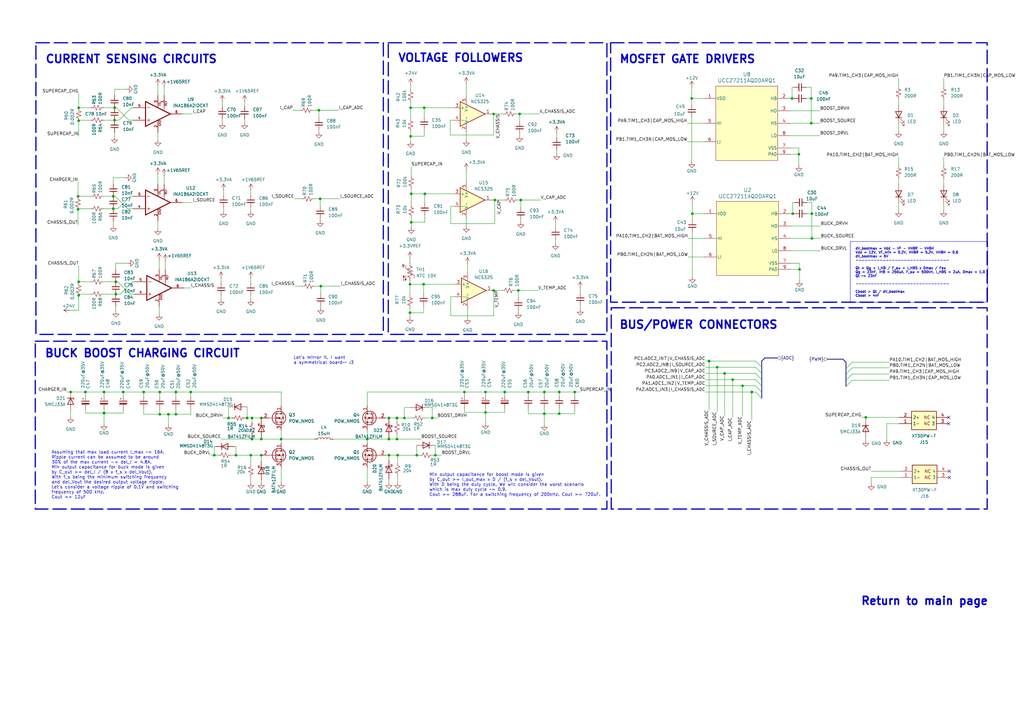
<source format=kicad_sch>
(kicad_sch (version 20231120) (generator "eeschema") (generator_version "8.0")
  (paper "A3")
  (title_block (title "Super Capacitor Module (SCM)") (date "2024-06-22") (rev "v1.0") (company "NUS Calibur Robotics") (comment 2 "Authors : Wx, Yassine Bakkali"))
  (junction (at 96.774 186.69))
  (junction (at 170.942 186.69))
  (junction (at 32.258 115.57))
  (junction (at 304.546 158.242))
  (junction (at 213.106 46.736))
  (junction (at 300.482 155.702))
  (junction (at 115.316 180.086))
  (junction (at 93.726 171.45))
  (junction (at 168.148 116.586))
  (junction (at 199.136 160.782))
  (junction (at 72.136 160.782))
  (junction (at 102.87 186.69))
  (junction (at 173.99 44.196))
  (junction (at 168.148 128.27))
  (junction (at 332.994 87.63))
  (junction (at 101.346 171.45))
  (junction (at 207.01 160.782))
  (junction (at 46.99 49.276))
  (junction (at 223.266 169.672))
  (junction (at 42.672 160.782))
  (junction (at 290.83 148.082))
  (junction (at 212.598 119.126))
  (junction (at 229.362 160.782))
  (junction (at 174.244 79.502))
  (junction (at 213.614 82.042))
  (junction (at 168.402 55.88))
  (junction (at 46.482 80.518))
  (junction (at 173.736 116.586))
  (junction (at 223.266 160.782))
  (junction (at 332.74 40.386))
  (junction (at 46.482 85.598))
  (junction (at 332.994 97.79))
  (junction (at 107.188 171.45))
  (junction (at 65.532 160.782))
  (junction (at 168.402 44.196))
  (junction (at 32.258 121.158))
  (junction (at 72.136 169.926))
  (junction (at 78.232 160.782))
  (junction (at 46.99 44.196))
  (junction (at 235.712 160.782))
  (junction (at 327.66 63.246))
  (junction (at 199.136 169.164))
  (junction (at 32.004 85.852))
  (junction (at 229.362 169.672))
  (junction (at 297.18 153.162))
  (junction (at 131.318 81.534))
  (junction (at 190.5 160.782))
  (junction (at 216.662 160.782))
  (junction (at 202.946 82.042))
  (junction (at 165.862 171.45))
  (junction (at 283.718 40.386))
  (junction (at 332.74 50.546))
  (junction (at 294.132 150.622))
  (junction (at 202.438 46.736))
  (junction (at 47.498 120.65))
  (junction (at 283.972 87.63))
  (junction (at 107.188 186.69))
  (junction (at 130.81 45.212))
  (junction (at 159.512 171.45))
  (junction (at 168.656 79.502))
  (junction (at 58.928 160.782))
  (junction (at 65.532 169.926))
  (junction (at 47.498 115.57))
  (junction (at 325.12 87.63))
  (junction (at 178.562 186.69))
  (junction (at 308.356 160.782))
  (junction (at 42.672 169.418))
  (junction (at 87.884 186.69))
  (junction (at 163.068 186.69))
  (junction (at 28.956 160.782))
  (junction (at 32.258 49.53))
  (junction (at 324.866 40.386))
  (junction (at 131.572 117.348))
  (junction (at 327.914 110.49))
  (junction (at 159.512 186.69))
  (junction (at 177.292 171.45))
  (junction (at 162.814 180.086))
  (junction (at 202.438 119.126))
  (junction (at 355.092 171.196))
  (junction (at 107.188 180.086))
  (junction (at 168.656 91.186))
  (junction (at 159.512 180.086))
  (junction (at 150.622 180.086))
  (junction (at 50.546 160.782))
  (junction (at 32.004 80.518))
  (junction (at 35.052 160.782))
  (junction (at 32.258 44.196))
  (junction (at 162.814 171.45))
  (junction (at 103.378 171.45))
  (junction (at 103.378 180.086))
  (junction (at 69.088 169.926))
  (no_connect (at 389.128 173.736))
  (no_connect (at 389.382 195.834))
  (no_connect (at 389.382 193.294))
  (no_connect (at 389.128 171.196))
  (bus_entry (at 312.42 163.322) (size -2.54 -2.54))
  (bus_entry (at 312.42 150.622) (size -2.54 -2.54))
  (bus_entry (at 346.964 158.496) (size 2.54 -2.54))
  (bus_entry (at 346.964 153.416) (size 2.54 -2.54))
  (bus_entry (at 312.42 155.702) (size -2.54 -2.54))
  (bus_entry (at 312.42 158.242) (size -2.54 -2.54))
  (bus_entry (at 346.964 155.956) (size 2.54 -2.54))
  (bus_entry (at 312.42 153.162) (size -2.54 -2.54))
  (bus_entry (at 346.964 151.13) (size 2.54 -2.54))
  (bus_entry (at 312.42 160.782) (size -2.54 -2.54))
  (wire (pts (xy 53.34 120.65) (xy 55.118 120.65)))
  (wire (pts (xy 213.106 55.626) (xy 213.106 54.864)))
  (wire (pts (xy 290.83 148.082) (xy 290.83 168.148)))
  (wire (pts (xy 308.356 172.466) (xy 308.356 160.782)))
  (wire (pts (xy 32.258 115.57) (xy 32.258 116.078)))
  (wire (pts (xy 162.814 171.45) (xy 162.814 172.974)))
  (wire (pts (xy 168.656 89.154) (xy 168.656 91.186)))
  (wire (pts (xy 47.244 80.518) (xy 52.324 85.598)))
  (wire (pts (xy 168.656 79.502) (xy 168.656 84.074)))
  (wire (pts (xy 324.358 87.63) (xy 325.12 87.63)))
  (wire (pts (xy 159.512 179.578) (xy 159.512 180.086)))
  (wire (pts (xy 159.512 188.722) (xy 159.512 186.69)))
  (wire (pts (xy 158.242 171.45) (xy 159.512 171.45)))
  (wire (pts (xy 69.088 169.926) (xy 72.136 169.926)))
  (wire (pts (xy 159.512 171.45) (xy 162.814 171.45)))
  (wire (pts (xy 297.18 153.162) (xy 309.88 153.162)))
  (wire (pts (xy 47.498 115.57) (xy 48.26 115.57)))
  (wire (pts (xy 69.088 169.926) (xy 69.088 174.244)))
  (wire (pts (xy 87.884 186.69) (xy 89.662 186.69)))
  (wire (pts (xy 170.942 182.626) (xy 170.942 186.69)))
  (wire (pts (xy 174.244 88.392) (xy 174.244 91.186)))
  (wire (pts (xy 207.01 160.782) (xy 207.01 162.306)))
  (wire (pts (xy 191.77 108.204) (xy 191.77 111.506)))
  (wire (pts (xy 174.244 171.45) (xy 177.292 171.45)))
  (wire (pts (xy 102.87 195.58) (xy 102.87 197.866)))
  (wire (pts (xy 304.546 158.242) (xy 304.546 170.688)))
  (wire (pts (xy 184.912 91.694) (xy 202.946 91.694)))
  (wire (pts (xy 364.744 155.956) (xy 349.504 155.956)))
  (wire (pts (xy 363.728 173.736) (xy 363.728 180.34)))
  (wire (pts (xy 325.12 83.058) (xy 325.882 83.058)))
  (wire (pts (xy 46.99 44.196) (xy 47.752 44.196)))
  (wire (pts (xy 229.362 160.782) (xy 223.266 160.782)))
  (wire (pts (xy 32.258 38.354) (xy 32.258 44.196)))
  (wire (pts (xy 324.104 50.546) (xy 332.74 50.546)))
  (wire (pts (xy 46.482 72.898) (xy 51.308 72.898)))
  (wire (pts (xy 173.736 125.476) (xy 173.736 128.27)))
  (wire (pts (xy 129.032 117.348) (xy 131.572 117.348)))
  (wire (pts (xy 387.096 73.152) (xy 387.096 75.692)))
  (wire (pts (xy 290.83 148.082) (xy 309.88 148.082)))
  (wire (pts (xy 100.33 171.45) (xy 101.346 171.45)))
  (wire (pts (xy 37.338 44.196) (xy 32.258 44.196)))
  (wire (pts (xy 27.432 160.782) (xy 28.956 160.782)))
  (wire (pts (xy 355.092 171.958) (xy 355.092 171.196)))
  (wire (pts (xy 46.482 85.598) (xy 42.418 85.598)))
  (wire (pts (xy 300.482 155.702) (xy 309.88 155.702)))
  (wire (pts (xy 90.678 121.158) (xy 90.678 122.682)))
  (wire (pts (xy 168.656 72.136) (xy 168.656 68.326)))
  (wire (pts (xy 120.65 81.534) (xy 123.698 81.534)))
  (wire (pts (xy 46.99 54.356) (xy 46.99 56.134)))
  (bus (pts (xy 312.42 150.622) (xy 312.42 148.082)))
  (bus (pts (xy 346.964 153.416) (xy 346.964 155.956)))
  (wire (pts (xy 90.678 180.086) (xy 103.378 180.086)))
  (wire (pts (xy 202.946 82.042) (xy 201.422 82.042)))
  (wire (pts (xy 93.726 166.878) (xy 93.726 171.45)))
  (wire (pts (xy 78.232 160.782) (xy 115.316 160.782)))
  (wire (pts (xy 58.928 160.782) (xy 65.532 160.782)))
  (bus (pts (xy 312.42 150.622) (xy 312.42 153.162)))
  (wire (pts (xy 32.004 74.676) (xy 32.004 80.518)))
  (wire (pts (xy 228.346 61.468) (xy 228.346 62.992)))
  (wire (pts (xy 324.104 40.386) (xy 324.866 40.386)))
  (wire (pts (xy 168.148 105.918) (xy 168.148 107.696)))
  (wire (pts (xy 50.546 160.782) (xy 58.928 160.782)))
  (wire (pts (xy 32.512 120.904) (xy 32.258 120.904)))
  (wire (pts (xy 181.102 186.69) (xy 178.562 186.69)))
  (wire (pts (xy 179.324 171.45) (xy 177.292 171.45)))
  (wire (pts (xy 46.482 80.518) (xy 42.418 80.518)))
  (wire (pts (xy 115.316 180.086) (xy 129.032 180.086)))
  (wire (pts (xy 107.188 189.23) (xy 107.188 186.69)))
  (wire (pts (xy 202.946 82.042) (xy 207.01 82.042)))
  (wire (pts (xy 158.242 186.69) (xy 159.512 186.69)))
  (wire (pts (xy 336.55 92.71) (xy 324.358 92.71)))
  (wire (pts (xy 387.096 83.312) (xy 387.096 86.36)))
  (wire (pts (xy 332.994 87.63) (xy 332.994 83.058)))
  (wire (pts (xy 353.314 171.196) (xy 355.092 171.196)))
  (wire (pts (xy 54.356 115.57) (xy 55.118 115.57)))
  (wire (pts (xy 168.148 116.586) (xy 168.148 121.158)))
  (wire (pts (xy 332.74 50.546) (xy 336.296 50.546)))
  (wire (pts (xy 235.712 160.782) (xy 237.744 160.782)))
  (wire (pts (xy 229.362 160.782) (xy 235.712 160.782)))
  (wire (pts (xy 336.55 102.87) (xy 324.358 102.87)))
  (wire (pts (xy 355.092 171.196) (xy 368.808 171.196)))
  (wire (pts (xy 35.052 169.418) (xy 42.672 169.418)))
  (wire (pts (xy 330.708 40.386) (xy 332.74 40.386)))
  (wire (pts (xy 173.736 128.27) (xy 168.148 128.27)))
  (wire (pts (xy 102.87 186.69) (xy 107.188 186.69)))
  (wire (pts (xy 211.582 46.736) (xy 213.106 46.736)))
  (wire (pts (xy 186.69 121.666) (xy 184.912 121.666)))
  (wire (pts (xy 168.148 167.132) (xy 165.862 167.132)))
  (wire (pts (xy 223.266 169.672) (xy 223.266 173.99)))
  (wire (pts (xy 227.838 98.298) (xy 227.838 99.822)))
  (wire (pts (xy 325.12 87.63) (xy 325.882 87.63)))
  (wire (pts (xy 199.136 160.782) (xy 199.136 162.306)))
  (wire (pts (xy 168.402 44.196) (xy 168.402 48.768)))
  (wire (pts (xy 387.096 50.8) (xy 387.096 53.848)))
  (wire (pts (xy 168.148 126.238) (xy 168.148 128.27)))
  (wire (pts (xy 324.104 63.246) (xy 327.66 63.246)))
  (wire (pts (xy 96.774 186.69) (xy 102.87 186.69)))
  (wire (pts (xy 131.318 81.534) (xy 131.318 84.582)))
  (wire (pts (xy 191.262 69.596) (xy 191.262 74.422)))
  (wire (pts (xy 42.672 169.418) (xy 42.672 173.736)))
  (wire (pts (xy 168.656 77.216) (xy 168.656 79.502)))
  (wire (pts (xy 28.956 160.782) (xy 35.052 160.782)))
  (wire (pts (xy 47.498 115.57) (xy 42.418 115.57)))
  (wire (pts (xy 213.106 46.736) (xy 213.106 49.784)))
  (wire (pts (xy 103.378 171.45) (xy 103.378 173.482)))
  (wire (pts (xy 46.99 44.196) (xy 42.418 44.196)))
  (wire (pts (xy 283.718 40.386) (xy 288.544 40.386)))
  (wire (pts (xy 131.572 126.238) (xy 131.572 125.476)))
  (wire (pts (xy 159.512 196.342) (xy 159.512 197.866)))
  (wire (pts (xy 202.438 46.736) (xy 201.422 46.736)))
  (wire (pts (xy 213.614 82.042) (xy 213.614 85.09)))
  (wire (pts (xy 101.346 166.878) (xy 101.346 171.45)))
  (wire (pts (xy 202.438 46.736) (xy 206.502 46.736)))
  (wire (pts (xy 163.068 195.072) (xy 163.068 197.866)))
  (wire (pts (xy 304.546 158.242) (xy 309.88 158.242)))
  (wire (pts (xy 130.81 45.212) (xy 138.938 45.212)))
  (wire (pts (xy 115.316 180.086) (xy 115.316 181.61)))
  (bus (pts (xy 346.964 153.416) (xy 346.964 151.13)))
  (wire (pts (xy 107.188 180.086) (xy 115.316 180.086)))
  (wire (pts (xy 58.928 167.64) (xy 58.928 169.926)))
  (wire (pts (xy 32.004 85.598) (xy 32.004 85.852)))
  (wire (pts (xy 237.998 118.11) (xy 237.998 120.142)))
  (wire (pts (xy 173.99 55.88) (xy 168.402 55.88)))
  (wire (pts (xy 58.928 160.782) (xy 58.928 162.56)))
  (wire (pts (xy 150.622 176.53) (xy 150.622 180.086)))
  (wire (pts (xy 324.866 40.386) (xy 325.628 40.386)))
  (wire (pts (xy 173.99 44.196) (xy 173.99 48.006)))
  (wire (pts (xy 327.66 67.818) (xy 327.66 63.246)))
  (wire (pts (xy 86.36 186.69) (xy 87.884 186.69)))
  (wire (pts (xy 332.994 97.79) (xy 336.55 97.79)))
  (wire (pts (xy 35.052 160.782) (xy 35.052 162.56)))
  (wire (pts (xy 91.694 77.978) (xy 91.694 80.01)))
  (wire (pts (xy 177.292 167.132) (xy 177.292 171.45)))
  (wire (pts (xy 131.572 117.348) (xy 131.572 120.396)))
  (wire (pts (xy 168.402 36.83) (xy 168.402 34.798)))
  (wire (pts (xy 212.598 119.126) (xy 220.726 119.126)))
  (wire (pts (xy 202.438 55.372) (xy 202.438 46.736)))
  (wire (pts (xy 228.346 54.356) (xy 228.346 56.388)))
  (wire (pts (xy 165.862 167.132) (xy 165.862 171.45)))
  (wire (pts (xy 223.266 169.672) (xy 229.362 169.672)))
  (wire (pts (xy 65.278 106.426) (xy 65.278 110.49)))
  (wire (pts (xy 289.306 155.702) (xy 300.482 155.702)))
  (wire (pts (xy 48.26 115.57) (xy 53.34 120.65)))
  (wire (pts (xy 223.266 169.672) (xy 223.266 167.386)))
  (wire (pts (xy 47.752 44.196) (xy 52.832 49.276)))
  (wire (pts (xy 168.402 41.91) (xy 168.402 44.196)))
  (wire (pts (xy 65.532 160.782) (xy 65.532 162.56)))
  (wire (pts (xy 169.164 171.45) (xy 165.862 171.45)))
  (wire (pts (xy 162.814 180.086) (xy 172.72 180.086)))
  (wire (pts (xy 229.362 160.782) (xy 229.362 162.306)))
  (wire (pts (xy 131.318 81.534) (xy 139.446 81.534)))
  (wire (pts (xy 216.662 169.672) (xy 223.266 169.672)))
  (wire (pts (xy 213.614 82.042) (xy 221.742 82.042)))
  (wire (pts (xy 42.672 160.782) (xy 42.672 162.56)))
  (wire (pts (xy 91.694 85.09) (xy 91.694 86.614)))
  (wire (pts (xy 100.33 48.768) (xy 100.33 50.292)))
  (wire (pts (xy 168.402 44.196) (xy 173.99 44.196)))
  (wire (pts (xy 332.74 35.814) (xy 330.708 35.814)))
  (wire (pts (xy 364.744 150.876) (xy 349.504 150.876)))
  (wire (pts (xy 163.068 186.69) (xy 163.068 189.992)))
  (wire (pts (xy 216.662 160.782) (xy 216.662 162.306)))
  (wire (pts (xy 64.77 54.356) (xy 64.77 57.404)))
  (wire (pts (xy 357.378 193.294) (xy 369.062 193.294)))
  (wire (pts (xy 212.598 119.126) (xy 212.598 122.174)))
  (wire (pts (xy 211.074 119.126) (xy 212.598 119.126)))
  (wire (pts (xy 283.972 83.058) (xy 283.972 87.63)))
  (wire (pts (xy 67.818 106.934) (xy 67.818 110.49)))
  (wire (pts (xy 46.482 80.518) (xy 47.244 80.518)))
  (wire (pts (xy 168.656 91.186) (xy 168.656 93.218)))
  (wire (pts (xy 162.814 178.054) (xy 162.814 180.086)))
  (wire (pts (xy 289.306 158.242) (xy 304.546 158.242)))
  (wire (pts (xy 190.5 169.164) (xy 199.136 169.164)))
  (wire (pts (xy 327.66 60.706) (xy 324.104 60.706)))
  (wire (pts (xy 213.614 90.932) (xy 213.614 90.17)))
  (bus (pts (xy 346.964 151.13) (xy 346.964 148.59)))
  (wire (pts (xy 150.622 160.782) (xy 150.622 166.37)))
  (wire (pts (xy 281.94 58.166) (xy 288.544 58.166)))
  (wire (pts (xy 186.182 49.276) (xy 184.658 49.276)))
  (wire (pts (xy 46.482 75.438) (xy 46.482 72.898)))
  (wire (pts (xy 387.096 32.004) (xy 387.096 35.56)))
  (wire (pts (xy 168.148 115.316) (xy 168.148 116.586)))
  (wire (pts (xy 35.052 160.782) (xy 42.672 160.782)))
  (wire (pts (xy 191.262 89.662) (xy 191.262 92.71)))
  (wire (pts (xy 282.194 97.79) (xy 288.798 97.79)))
  (wire (pts (xy 178.562 182.626) (xy 178.562 186.69)))
  (wire (pts (xy 235.712 169.672) (xy 229.362 169.672)))
  (wire (pts (xy 37.338 115.57) (xy 32.258 115.57)))
  (wire (pts (xy 327.66 63.246) (xy 327.66 60.706)))
  (wire (pts (xy 283.972 95.25) (xy 283.972 113.538)))
  (wire (pts (xy 47.498 107.95) (xy 52.324 107.95)))
  (wire (pts (xy 162.814 171.45) (xy 165.862 171.45)))
  (wire (pts (xy 368.554 64.516) (xy 368.554 68.072)))
  (wire (pts (xy 227.838 91.186) (xy 227.838 93.218)))
  (wire (pts (xy 78.232 160.782) (xy 78.232 162.56)))
  (wire (pts (xy 32.512 120.904) (xy 32.512 120.65)))
  (wire (pts (xy 102.87 121.158) (xy 102.87 122.682)))
  (wire (pts (xy 37.338 85.598) (xy 32.004 85.598)))
  (wire (pts (xy 283.972 87.63) (xy 288.798 87.63)))
  (wire (pts (xy 53.848 44.196) (xy 48.768 49.276)))
  (wire (pts (xy 93.726 171.45) (xy 95.25 171.45)))
  (wire (pts (xy 332.74 40.386) (xy 332.74 35.814)))
  (wire (pts (xy 213.106 46.736) (xy 221.234 46.736)))
  (wire (pts (xy 332.994 83.058) (xy 330.962 83.058)))
  (wire (pts (xy 32.258 127.254) (xy 32.258 121.158)))
  (wire (pts (xy 330.962 87.63) (xy 332.994 87.63)))
  (wire (pts (xy 190.5 160.782) (xy 199.136 160.782)))
  (wire (pts (xy 368.554 40.64) (xy 368.554 43.18)))
  (wire (pts (xy 178.562 186.69) (xy 177.292 186.69)))
  (wire (pts (xy 150.622 180.086) (xy 159.512 180.086)))
  (wire (pts (xy 199.136 169.164) (xy 199.136 167.386)))
  (wire (pts (xy 42.672 160.782) (xy 50.546 160.782)))
  (wire (pts (xy 42.672 169.418) (xy 42.672 167.64)))
  (wire (pts (xy 130.81 45.212) (xy 130.81 48.26)))
  (wire (pts (xy 53.34 80.518) (xy 48.26 85.598)))
  (wire (pts (xy 294.132 168.91) (xy 294.132 150.622)))
  (wire (pts (xy 54.356 115.57) (xy 49.276 120.65)))
  (wire (pts (xy 186.69 116.586) (xy 173.736 116.586)))
  (wire (pts (xy 35.052 167.64) (xy 35.052 169.418)))
  (wire (pts (xy 115.316 160.782) (xy 115.316 166.37)))
  (wire (pts (xy 96.012 183.134) (xy 96.774 183.134)))
  (wire (pts (xy 102.87 114.046) (xy 102.87 116.078)))
  (wire (pts (xy 28.702 127.254) (xy 32.258 127.254)))
  (wire (pts (xy 357.378 195.834) (xy 357.378 198.374)))
  (wire (pts (xy 212.09 82.042) (xy 213.614 82.042)))
  (bus (pts (xy 346.964 155.956) (xy 346.964 158.496)))
  (wire (pts (xy 65.532 167.64) (xy 65.532 169.926)))
  (wire (pts (xy 170.942 186.69) (xy 172.212 186.69)))
  (wire (pts (xy 184.658 55.372) (xy 202.438 55.372)))
  (bus (pts (xy 312.42 153.162) (xy 312.42 155.702)))
  (wire (pts (xy 159.512 186.69) (xy 163.068 186.69)))
  (wire (pts (xy 191.77 126.746) (xy 191.77 130.302)))
  (wire (pts (xy 199.136 169.164) (xy 199.136 173.482)))
  (wire (pts (xy 58.928 169.926) (xy 65.532 169.926)))
  (wire (pts (xy 202.438 119.126) (xy 205.994 119.126)))
  (wire (pts (xy 235.712 160.782) (xy 235.712 162.306)))
  (wire (pts (xy 32.004 92.202) (xy 32.004 85.852)))
  (wire (pts (xy 32.258 44.45) (xy 32.258 44.196)))
  (wire (pts (xy 332.74 40.386) (xy 332.74 50.546)))
  (wire (pts (xy 72.136 169.926) (xy 78.232 169.926)))
  (wire (pts (xy 282.194 105.41) (xy 288.798 105.41)))
  (wire (pts (xy 107.188 171.45) (xy 107.696 171.45)))
  (wire (pts (xy 175.768 167.132) (xy 177.292 167.132)))
  (wire (pts (xy 173.99 44.196) (xy 186.182 44.196)))
  (wire (pts (xy 289.306 150.622) (xy 294.132 150.622)))
  (wire (pts (xy 32.258 120.904) (xy 32.258 121.158)))
  (wire (pts (xy 174.244 79.502) (xy 186.182 79.502)))
  (wire (pts (xy 32.258 49.276) (xy 32.258 49.53)))
  (wire (pts (xy 327.914 107.95) (xy 324.358 107.95)))
  (wire (pts (xy 327.914 110.49) (xy 327.914 107.95)))
  (wire (pts (xy 168.656 79.502) (xy 174.244 79.502)))
  (wire (pts (xy 184.658 49.276) (xy 184.658 55.372)))
  (wire (pts (xy 72.136 160.782) (xy 78.232 160.782)))
  (wire (pts (xy 174.244 91.186) (xy 168.656 91.186)))
  (wire (pts (xy 229.362 167.386) (xy 229.362 169.672)))
  (wire (pts (xy 65.532 160.782) (xy 72.136 160.782)))
  (wire (pts (xy 78.994 46.736) (xy 74.93 46.736)))
  (bus (pts (xy 345.694 147.32) (xy 339.344 147.32)))
  (wire (pts (xy 300.482 155.702) (xy 300.482 171.196)))
  (wire (pts (xy 289.306 153.162) (xy 297.18 153.162)))
  (wire (pts (xy 72.136 169.926) (xy 72.136 167.64)))
  (wire (pts (xy 184.912 84.582) (xy 184.912 91.694)))
  (wire (pts (xy 50.546 160.782) (xy 50.546 162.56)))
  (wire (pts (xy 46.99 36.576) (xy 51.816 36.576)))
  (wire (pts (xy 102.87 186.69) (xy 102.87 190.5)))
  (wire (pts (xy 50.546 169.418) (xy 50.546 167.64)))
  (wire (pts (xy 64.77 71.374) (xy 64.77 75.438)))
  (wire (pts (xy 332.994 87.63) (xy 332.994 97.79)))
  (wire (pts (xy 283.972 87.63) (xy 283.972 90.17)))
  (wire (pts (xy 283.718 48.006) (xy 283.718 66.294)))
  (wire (pts (xy 32.004 80.772) (xy 32.004 80.518)))
  (wire (pts (xy 102.87 77.978) (xy 102.87 80.01)))
  (wire (pts (xy 32.258 108.966) (xy 32.258 115.57)))
  (wire (pts (xy 128.778 81.534) (xy 131.318 81.534)))
  (wire (pts (xy 120.142 45.212) (xy 123.19 45.212)))
  (wire (pts (xy 88.392 183.134) (xy 87.884 183.134)))
  (wire (pts (xy 48.26 85.598) (xy 46.482 85.598)))
  (wire (pts (xy 357.378 195.834) (xy 369.062 195.834)))
  (wire (pts (xy 107.188 186.69) (xy 107.696 186.69)))
  (wire (pts (xy 184.912 121.666) (xy 184.912 129.54)))
  (wire (pts (xy 78.994 83.058) (xy 74.93 83.058)))
  (wire (pts (xy 364.744 153.416) (xy 349.504 153.416)))
  (wire (pts (xy 107.188 171.45) (xy 107.188 171.958)))
  (wire (pts (xy 294.132 150.622) (xy 309.88 150.622)))
  (wire (pts (xy 28.956 170.942) (xy 28.956 168.402)))
  (wire (pts (xy 150.622 160.782) (xy 190.5 160.782)))
  (wire (pts (xy 327.914 115.062) (xy 327.914 110.49)))
  (wire (pts (xy 78.232 118.11) (xy 75.438 118.11)))
  (wire (pts (xy 107.188 179.578) (xy 107.188 180.086)))
  (wire (pts (xy 103.378 178.562) (xy 103.378 180.086)))
  (wire (pts (xy 336.296 45.466) (xy 324.104 45.466)))
  (wire (pts (xy 235.712 167.386) (xy 235.712 169.672)))
  (wire (pts (xy 46.99 39.116) (xy 46.99 36.576)))
  (wire (pts (xy 168.148 128.27) (xy 168.148 130.048)))
  (wire (pts (xy 136.652 180.086) (xy 150.622 180.086)))
  (wire (pts (xy 184.912 129.54) (xy 202.438 129.54)))
  (wire (pts (xy 90.678 114.046) (xy 90.678 116.078)))
  (wire (pts (xy 199.136 169.164) (xy 207.01 169.164)))
  (wire (pts (xy 368.554 32.004) (xy 368.554 35.56)))
  (wire (pts (xy 207.01 160.782) (xy 216.662 160.782)))
  (wire (pts (xy 325.12 87.63) (xy 325.12 83.058)))
  (wire (pts (xy 216.662 167.386) (xy 216.662 169.672)))
  (wire (pts (xy 202.946 91.694) (xy 202.946 82.042)))
  (wire (pts (xy 387.096 40.64) (xy 387.096 43.18)))
  (wire (pts (xy 297.18 153.162) (xy 297.18 170.434)))
  (wire (pts (xy 387.096 64.516) (xy 387.096 68.072)))
  (wire (pts (xy 336.296 55.626) (xy 324.104 55.626)))
  (bus (pts (xy 312.42 155.702) (xy 312.42 158.242)))
  (wire (pts (xy 128.27 45.212) (xy 130.81 45.212)))
  (wire (pts (xy 42.418 120.65) (xy 47.498 120.65)))
  (wire (pts (xy 103.378 171.45) (xy 107.188 171.45)))
  (bus (pts (xy 312.42 148.082) (xy 313.69 146.812)))
  (wire (pts (xy 173.99 53.086) (xy 173.99 55.88)))
  (wire (pts (xy 174.244 79.502) (xy 174.244 83.312)))
  (wire (pts (xy 52.832 49.276) (xy 54.61 49.276)))
  (wire (pts (xy 32.512 120.65) (xy 37.338 120.65)))
  (wire (pts (xy 364.744 148.59) (xy 349.504 148.59)))
  (bus (pts (xy 313.69 146.812) (xy 318.77 146.812)))
  (wire (pts (xy 199.136 160.782) (xy 207.01 160.782)))
  (wire (pts (xy 131.318 90.424) (xy 131.318 89.662)))
  (wire (pts (xy 324.358 97.79) (xy 332.994 97.79)))
  (wire (pts (xy 94.742 186.69) (xy 96.774 186.69)))
  (wire (pts (xy 91.44 171.45) (xy 93.726 171.45)))
  (wire (pts (xy 368.554 73.152) (xy 368.554 75.692)))
  (wire (pts (xy 42.672 169.418) (xy 50.546 169.418)))
  (wire (pts (xy 101.346 171.45) (xy 103.378 171.45)))
  (wire (pts (xy 120.904 117.348) (xy 123.952 117.348)))
  (wire (pts (xy 37.338 49.276) (xy 32.258 49.276)))
  (wire (pts (xy 130.81 54.102) (xy 130.81 53.34)))
  (wire (pts (xy 103.378 180.086) (xy 107.188 180.086)))
  (wire (pts (xy 72.136 160.782) (xy 72.136 162.56)))
  (wire (pts (xy 49.276 120.65) (xy 47.498 120.65)))
  (wire (pts (xy 216.662 160.782) (xy 223.266 160.782)))
  (wire (pts (xy 64.77 35.052) (xy 64.77 39.116)))
  (wire (pts (xy 159.512 180.086) (xy 162.814 180.086)))
  (wire (pts (xy 168.402 55.88) (xy 168.402 57.912)))
  (wire (pts (xy 150.622 197.866) (xy 150.622 191.77)))
  (wire (pts (xy 281.94 50.546) (xy 288.544 50.546)))
  (wire (pts (xy 91.186 41.656) (xy 91.186 43.688)))
  (wire (pts (xy 47.498 125.73) (xy 47.498 127.508)))
  (wire (pts (xy 159.512 171.45) (xy 159.512 171.958)))
  (wire (pts (xy 32.258 55.88) (xy 32.258 49.53)))
  (wire (pts (xy 47.498 110.49) (xy 47.498 107.95)))
  (wire (pts (xy 67.31 35.56) (xy 67.31 39.116)))
  (wire (pts (xy 190.5 167.386) (xy 190.5 169.164)))
  (wire (pts (xy 173.736 116.586) (xy 173.736 120.396)))
  (wire (pts (xy 289.306 160.782) (xy 308.356 160.782)))
  (bus (pts (xy 346.964 148.59) (xy 345.694 147.32)))
  (wire (pts (xy 289.306 148.082) (xy 290.83 148.082)))
  (wire (pts (xy 283.718 35.814) (xy 283.718 40.386)))
  (wire (pts (xy 186.182 84.582) (xy 184.912 84.582)))
  (wire (pts (xy 212.598 128.016) (xy 212.598 127.254)))
  (wire (pts (xy 324.866 35.814) (xy 325.628 35.814)))
  (wire (pts (xy 48.768 49.276) (xy 46.99 49.276)))
  (wire (pts (xy 355.092 179.578) (xy 355.092 180.594)))
  (wire (pts (xy 191.262 54.356) (xy 191.262 57.404)))
  (wire (pts (xy 65.278 125.73) (xy 65.278 128.778)))
  (wire (pts (xy 191.262 34.29) (xy 191.262 39.116)))
  (wire (pts (xy 207.01 169.164) (xy 207.01 167.386)))
  (wire (pts (xy 78.232 167.64) (xy 78.232 169.926)))
  (wire (pts (xy 52.324 85.598) (xy 54.61 85.598)))
  (wire (pts (xy 115.316 197.866) (xy 115.316 191.77)))
  (wire (pts (xy 201.93 119.126) (xy 202.438 119.126)))
  (wire (pts (xy 363.728 173.736) (xy 368.808 173.736)))
  (wire (pts (xy 324.358 110.49) (xy 327.914 110.49)))
  (wire (pts (xy 115.316 176.53) (xy 115.316 180.086)))
  (wire (pts (xy 190.5 160.782) (xy 190.5 162.306)))
  (wire (pts (xy 91.186 48.768) (xy 91.186 50.292)))
  (wire (pts (xy 87.884 183.134) (xy 87.884 186.69)))
  (wire (pts (xy 237.998 125.222) (xy 237.998 126.746)))
  (wire (pts (xy 308.356 160.782) (xy 309.88 160.782)))
  (wire (pts (xy 163.068 186.69) (xy 170.942 186.69)))
  (wire (pts (xy 100.33 41.656) (xy 100.33 43.688)))
  (wire (pts (xy 168.148 116.586) (xy 173.736 116.586)))
  (wire (pts (xy 202.438 129.54) (xy 202.438 119.126)))
  (wire (pts (xy 53.34 80.518) (xy 54.61 80.518)))
  (wire (pts (xy 131.572 117.348) (xy 139.7 117.348)))
  (wire (pts (xy 150.622 180.086) (xy 150.622 181.61)))
  (wire (pts (xy 223.266 160.782) (xy 223.266 162.306)))
  (wire (pts (xy 107.188 196.85) (xy 107.188 197.866)))
  (wire (pts (xy 324.866 40.386) (xy 324.866 35.814)))
  (bus (pts (xy 312.42 160.782) (xy 312.42 163.322)))
  (bus (pts (xy 312.42 158.242) (xy 312.42 160.782)))
  (wire (pts (xy 67.31 71.882) (xy 67.31 75.438)))
  (wire (pts (xy 368.554 83.312) (xy 368.554 86.36)))
  (wire (pts (xy 37.338 80.518) (xy 32.004 80.518)))
  (wire (pts (xy 46.99 49.276) (xy 42.418 49.276)))
  (wire (pts (xy 65.532 169.926) (xy 69.088 169.926)))
  (wire (pts (xy 64.77 90.678) (xy 64.77 93.726)))
  (wire (pts (xy 102.87 85.09) (xy 102.87 86.614)))
  (wire (pts (xy 96.774 183.134) (xy 96.774 186.69)))
  (wire (pts (xy 46.482 90.678) (xy 46.482 92.456)))
  (wire (pts (xy 368.554 50.8) (xy 368.554 53.848)))
  (wire (pts (xy 168.402 53.848) (xy 168.402 55.88)))
  (wire (pts (xy 283.718 40.386) (xy 283.718 42.926)))
  (wire (pts (xy 54.61 44.196) (xy 53.848 44.196)))
  (rectangle (start 159.258 17.526) (end 248.92 137.16) (stroke (width 0.5) (type dash)))
  (rectangle (start 250.444 17.526) (end 404.876 123.952) (stroke (width 0.5) (type dash)))
  (rectangle (start 348.742 99.06) (end 405.13 123.952))
  (rectangle (start 14.732 17.526) (end 157.226 137.16) (stroke (width 0.5) (type dash)))
  (rectangle (start 250.698 126.238) (end 404.876 208.788) (stroke (width 0.5) (type dash)))
  (rectangle (start 14.478 139.954) (end 248.92 208.788) (stroke (width 0.5) (type dash)))
  (text "dV_bootmax = Vdd - VF - VHBR - VHBH\nVdd = 12V, VF_min = 0.2V, VHBR = 5.2V, VHBH = 0.6\ndV_bootmax = 6V\n-------------------------------\n\nQt = Qg + I_HB / F_sw + I_HBS x Dmax / Fsw\nQg = 23nF, IHB = 250uA, F_sw = 500kH, I_HBS = 2uA, Dmax = 1.0\nQt ~= 23nF\n\n-------------------------------\n\nCboot > Qt / dV_bootmax\nCboot > 4nF" (at 350.774 111.76 0) (effects (font (size 1 1) (bold yes)) (justify left)))
  (text "Assuming that max load current I_max ~= 16A.\nRipple current can be assumed to be around\n30% of the max current -> del_I = 4.8A.\nMin output capacitance for buck mode is given\nby C_out >= del_I / (8 x f_s x del_Vout).\nWith f_s being the minimum switching frequency \nand del_Vout the desired output voltage ripple.\nLet's consider a voltage ripple of 0.1V and switching\nfrequency of 500 kHz.\nCout >= 12uF" (at 21.082 194.818 0) (effects (font (size 1.27 1.27)) (justify left)))
  (text "Let's mirror it. I want\na symmetrical board~~ :3" (at 120.396 147.828 0) (effects (font (size 1.27 1.27)) (justify left)))
  (text "Return to main page" (at 379.222 246.634 0) (effects (font (size 3.27 3.27) (thickness 0.654) (bold yes))))
  (text "BUCK BOOST CHARGING CIRCUIT" (at 58.42 145.034 0) (effects (font (size 3.27 3.27) (thickness 0.654) (bold yes))))
  (text "CURRENT SENSING CIRCUITS" (at 53.848 24.384 0) (effects (font (size 3.27 3.27) (thickness 0.654) (bold yes))))
  (text "BUS/POWER CONNECTORS" (at 286.512 133.35 0) (effects (font (size 3.27 3.27) (thickness 0.654) (bold yes))))
  (text "Min output capacitance for boost mode is given\nby C_out >= I_out_max x D / (f_s x del_Vout).\nWith D being the duty cycle. We will consider the worst scenario\nwhich is max duty cycle ~= 0.9.\nCout >= 288uF. For a switching frequency of 200kHz. Cout >= 720uF." (at 176.022 198.882 0) (effects (font (size 1.27 1.27)) (justify left)))
  (text "VOLTAGE FOLLOWERS\n" (at 188.976 23.876 0) (effects (font (size 3.27 3.27) (thickness 0.654) (bold yes))))
  (text "MOSFET GATE DRIVERS" (at 281.94 24.384 0) (effects (font (size 3.27 3.27) (thickness 0.654) (bold yes))))
  (label "BUCK_DRVL" (at 336.55 102.87 0))
  (label "BOOST_SOURCE" (at 172.72 180.086 0))
  (label "I_SOURCE" (at 120.65 81.534 180))
  (label "I_SOURCE_ADC" (at 139.446 81.534 0))
  (label "PA10.TIM1_CH2|BAT_MOS_HIGH" (at 282.194 97.79 180))
  (label "PB0.TIM1_CH2N|BAT_MOS_LOW" (at 364.744 150.876 0))
  (label "BUCK_SOURCE" (at 336.55 97.79 0))
  (label "PA10.TIM1_CH2|BAT_MOS_HIGH" (at 364.744 148.59 0))
  (label "PB1.TIM1_CH3N|CAP_MOS_LOW" (at 387.096 32.004 0))
  (label "BUCK_DRVL" (at 86.36 186.69 180))
  (label "V_TEMP" (at 204.724 119.126 270))
  (label "V_CHASSIS" (at 205.232 46.736 270))
  (label "I_CAP_ADC" (at 138.938 45.212 0))
  (label "SUPERCAP_IN" (at 168.656 68.326 0))
  (label "V_CAP_ADC" (at 221.742 82.042 0))
  (label "PC2.ADC2_IN8|I_SOURCE_ADC" (at 289.306 150.622 180))
  (label "I_SOURCE_ADC" (at 294.132 168.91 270))
  (label "CHARGER_IN" (at 32.004 74.676 180))
  (label "CHARGER_IN" (at 27.432 160.782 180))
  (label "V_CAP" (at 205.74 82.042 270))
  (label "PA10.TIM1_CH2|BAT_MOS_HIGH" (at 368.554 64.516 180))
  (label "SUPERCAP_IN" (at 237.744 160.782 0))
  (label "BOOST_DRVH" (at 179.324 171.45 0))
  (label "PA0.ADC1_IN1|I_CAP_ADC" (at 289.306 155.702 180))
  (label "I_CHASSIS" (at 120.904 117.348 180))
  (label "PB1.TIM1_CH3N|CAP_MOS_LOW" (at 281.94 58.166 180))
  (label "PC1.ADC2_IN7|V_CHASSIS_ADC" (at 289.306 148.082 180))
  (label "PA9.TIM1_CH3|CAP_MOS_HIGH" (at 368.554 32.004 180))
  (label "I_CAP" (at 120.142 45.212 180))
  (label "BUCK_SOURCE" (at 90.678 180.086 180))
  (label "V_CHASSIS_ADC" (at 290.83 168.148 270))
  (label "PA2.ADC1_IN3|I_CHASSIS_ADC" (at 289.306 160.782 180))
  (label "CHASSIS_OUT" (at 32.258 108.966 180))
  (label "I_CAP" (at 78.994 46.736 0))
  (label "I_SOURCE" (at 78.994 83.058 0))
  (label "PA9.TIM1_CH3|CAP_MOS_HIGH" (at 281.94 50.546 180))
  (label "PA9.TIM1_CH3|CAP_MOS_HIGH" (at 364.744 153.416 0))
  (label "BOOST_DRVH" (at 336.296 45.466 0))
  (label "SUPERCAP_CHG" (at 353.314 171.196 180))
  (label "BOOST_SOURCE" (at 336.296 50.546 0))
  (label "CHASSIS_OUT" (at 32.004 92.202 180))
  (label "PB0.TIM1_CH2N|BAT_MOS_LOW" (at 282.194 105.41 180))
  (label "V_TEMP_ADC" (at 304.546 170.688 270))
  (label "BOOST_DRVL" (at 181.102 186.69 0))
  (label "I_CHASSIS_ADC" (at 308.356 172.466 270))
  (label "PC3.ADC2_IN9|V_CAP_ADC" (at 289.306 153.162 180))
  (label "PB1.TIM1_CH3N|CAP_MOS_LOW" (at 364.744 155.956 0))
  (label "V_TEMP_ADC" (at 220.726 119.126 0))
  (label "BUCK_DRVH" (at 336.55 92.71 0))
  (label "I_CHASSIS" (at 78.232 118.11 0))
  (label "V_CAP_ADC" (at 297.18 170.434 270))
  (label "PA1.ADC1_IN2|V_TEMP_ADC" (at 289.306 158.242 180))
  (label "I_CAP_ADC" (at 300.482 171.196 270))
  (label "SUPERCAP_CHG" (at 32.258 38.354 180))
  (label "CHASSIS_OUT" (at 357.378 193.294 180))
  (label "V_CHASSIS_ADC" (at 221.234 46.736 0))
  (label "BUCK_DRVH" (at 91.44 171.45 180))
  (label "PB0.TIM1_CH2N|BAT_MOS_LOW" (at 387.096 64.516 0))
  (label "BOOST_DRVL" (at 336.296 55.626 0))
  (label "SUPERCAP_IN" (at 32.258 55.88 180))
  (label "I_CHASSIS_ADC" (at 139.7 117.348 0))
  (hierarchical_label "{ADC}" (shape input) (at 318.77 146.812 0))
  (hierarchical_label "{PWM}" (shape input) (at 339.344 147.32 180))
  (symbol (lib_id "Device:R_Small_US") (at 92.202 186.69 90) (unit 1)
    (property "Reference" "R54" (at 94.488 189.23 90) (effects (justify left)))
    (property "Value" "1R" (at 93.218 191.008 90) (effects (justify left)))
    (property "Footprint" "Resistor_SMD:R_0402_1005Metric" (effects (hide yes)))
  )
  (symbol (lib_id "power:GND") (at 42.672 173.736 0) (mirror y) (unit 1)
    (property "Reference" "#PWR0118" (effects (hide yes)))
    (property "Value" "GND" (at 42.672 177.546 0))
  )
  (symbol (lib_id "power:GND") (at 52.324 107.95 90) (unit 1)
    (property "Reference" "#PWR0168" (effects (hide yes)))
    (property "Value" "GND" (at 56.134 107.95 0))
  )
  (symbol (lib_id "power:+1V0") (at 67.31 35.56 0) (unit 1)
    (property "Reference" "#PWR0140" (effects (hide yes)))
    (property "Value" "+1V65REF" (at 73.152 33.528 0))
    (property "Description" "Power symbol creates a global label with name \"+1V0\"" (effects (hide yes)))
  )
  (symbol (lib_id "power:GND") (at 387.096 53.848 0) (unit 1)
    (property "Reference" "#PWR09" (effects (hide yes)))
    (property "Value" "GND" (at 387.096 58.928 0))
    (property "Description" "Power symbol creates a global label with name \"GND\" , ground" (effects (hide yes)))
  )
  (symbol (lib_id "power:GND") (at 130.81 54.102 0) (mirror y) (unit 1)
    (property "Reference" "#PWR0179" (effects (hide yes)))
    (property "Value" "GND" (at 130.81 59.182 0))
  )
  (symbol (lib_id "Device:L") (at 132.842 180.086 90) (unit 1)
    (property "Reference" "L4" (at 132.842 175.26 90))
    (property "Value" "15uH" (at 132.842 177.8 90))
    (property "Footprint" "footprints:IND_SUPERCAP" (effects (hide yes)))
    (property "Datasheet" "https://www.bourns.com/docs/Product-Datasheets/PQ2617.pdf" (effects (hide yes)))
    (property "Description" "PQ2617BHA-150K" (effects (hide yes)))
  )
  (symbol (lib_id "Device:Q_NMOS_DGS") (at 153.162 171.45 0) (mirror y) (unit 1)
    (property "Reference" "Q4" (at 147.574 170.1799 0) (effects (justify left)))
    (property "Value" "POW_NMOS" (at 147.574 172.7199 0) (effects (justify left)))
    (property "Footprint" "footprints:DFN5&asterisk_6-8L_GFD" (effects (hide yes)))
    (property "Datasheet" "https://www.digikey.sg/en/products/detail/goford-semiconductor/GT095N04D5/21183376" (effects (hide yes)))
    (property "Description" "GT095N04D3" (effects (hide yes)))
  )
  (symbol (lib_id "power:GND") (at 213.106 55.626 0) (mirror y) (unit 1)
    (property "Reference" "#PWR0182" (effects (hide yes)))
    (property "Value" "GND" (at 213.106 60.706 0))
  )
  (symbol (lib_id "power:GND") (at 212.598 128.016 0) (mirror y) (unit 1)
    (property "Reference" "#PWR0184" (effects (hide yes)))
    (property "Value" "GND" (at 212.598 133.096 0))
  )
  (symbol (lib_id "Device:C_Polarized_Small") (at 50.546 165.1 0) (unit 1)
    (property "Reference" "C49" (at 52.578 159.512 90) (effects (justify left)))
    (property "Value" "220uF@35V" (at 50.038 159.512 90) (effects (justify left)))
    (property "Footprint" "footprints:A769KS227M1VLAS016" (effects (hide yes)))
    (property "Datasheet" "https://www.digikey.sg/en/products/detail/kemet/A769KS227M1VLAS016/16162576" (effects (hide yes)))
    (property "Description" "Polarized capacitor, small symbol" (effects (hide yes)))
  )
  (symbol (lib_id "Device:C_Small") (at 131.572 122.936 0) (mirror y) (unit 1)
    (property "Reference" "C90" (at 134.62 121.6722 0) (effects (justify right)))
    (property "Value" "100nF" (at 134.62 124.2122 0) (effects (justify right)))
    (property "Footprint" "Capacitor_SMD:C_0402_1005Metric" (effects (hide yes)))
  )
  (symbol (lib_id "Device:C_Polarized_Small") (at 42.672 165.1 0) (unit 1)
    (property "Reference" "C48" (at 44.196 159.258 90) (effects (justify left)))
    (property "Value" "220uF@35V" (at 41.91 159.258 90) (effects (justify left)))
    (property "Footprint" "footprints:A769KS227M1VLAS016" (effects (hide yes)))
    (property "Datasheet" "https://www.digikey.sg/en/products/detail/kemet/A769KS227M1VLAS016/16162576" (effects (hide yes)))
    (property "Description" "Polarized capacitor, small symbol" (effects (hide yes)))
  )
  (symbol (lib_id "power:GND") (at 115.316 197.866 0) (unit 1)
    (property "Reference" "#PWR0102" (effects (hide yes)))
    (property "Value" "GND" (at 115.316 201.676 0))
  )
  (symbol (lib_id "power:GND") (at 100.33 50.292 0) (mirror y) (unit 1)
    (property "Reference" "#PWR0178" (effects (hide yes)))
    (property "Value" "GND" (at 100.33 55.372 0))
  )
  (symbol (lib_id "Device:R_Small_US") (at 168.402 51.308 180) (unit 1)
    (property "Reference" "R43" (at 163.1875 48.6299 90) (effects (justify left)))
    (property "Value" "10k" (at 165.862 48.768 90) (effects (justify left)))
    (property "Footprint" "Resistor_SMD:R_0603_1608Metric_Pad0.98x0.95mm_HandSolder" (effects (hide yes)))
  )
  (symbol (lib_id "power:GND") (at 159.512 197.866 0) (mirror y) (unit 1)
    (property "Reference" "#PWR043" (effects (hide yes)))
    (property "Value" "GND" (at 159.512 201.676 0))
  )
  (symbol (lib_id "Device:R_Small_US") (at 39.878 44.196 90) (unit 1)
    (property "Reference" "R63" (at 38.608 42.926 0) (effects (justify left)))
    (property "Value" "100R" (at 41.148 42.926 0) (effects (justify left)))
    (property "Footprint" "Resistor_SMD:R_0402_1005Metric" (effects (hide yes)))
  )
  (symbol (lib_id "power:GND") (at 191.262 57.404 0) (unit 1)
    (property "Reference" "#PWR0151" (effects (hide yes)))
    (property "Value" "GND" (at 191.262 62.484 0))
  )
  (symbol (lib_id "power:GND") (at 223.266 173.99 0) (mirror y) (unit 1)
    (property "Reference" "#PWR0117" (effects (hide yes)))
    (property "Value" "GND" (at 223.266 177.8 0))
  )
  (symbol (lib_id "power:GND") (at 47.498 127.508 0) (unit 1)
    (property "Reference" "#PWR0167" (effects (hide yes)))
    (property "Value" "GND" (at 47.498 132.588 0))
  )
  (symbol (lib_id "Device:C_Small") (at 72.136 165.1 0) (unit 1)
    (property "Reference" "C51" (at 70.612 159.512 90) (effects (justify left)))
    (property "Value" "20uF@50V" (at 73.152 159.512 90) (effects (justify left)))
    (property "Footprint" "Capacitor_SMD:C_0805_2012Metric_Pad1.18x1.45mm_HandSolder" (effects (hide yes)))
    (property "Datasheet" "https://www.digikey.sg/en/products/detail/tdk-corporation/C2012X5R1V226M125AC/3951664" (effects (hide yes)))
    (property "Description" "Unpolarized capacitor, small symbol" (effects (hide yes)))
  )
  (symbol (lib_id "Device:R_Small_US") (at 387.096 38.1 180) (unit 1)
    (property "Reference" "R13" (at 389.89 36.8299 0) (effects (justify right)))
    (property "Value" "200R" (at 389.89 39.3699 0) (effects (justify right)))
    (property "Footprint" "Resistor_SMD:R_0603_1608Metric_Pad0.98x0.95mm_HandSolder" (effects (hide yes)))
    (property "Description" "Resistor, small US symbol" (effects (hide yes)))
  )
  (symbol (lib_id "Device:R_Small_US") (at 209.55 82.042 90) (unit 1)
    (property "Reference" "R75" (at 208.28 80.772 0) (effects (justify left)))
    (property "Value" "100R" (at 210.82 80.772 0) (effects (justify left)))
    (property "Footprint" "Resistor_SMD:R_0402_1005Metric" (effects (hide yes)))
  )
  (symbol (lib_id "Device:C_Small") (at 130.81 50.8 0) (mirror y) (unit 1)
    (property "Reference" "C88" (at 133.858 49.5362 0) (effects (justify right)))
    (property "Value" "100nF" (at 133.858 52.0762 0) (effects (justify right)))
    (property "Footprint" "Capacitor_SMD:C_0402_1005Metric" (effects (hide yes)))
  )
  (symbol (lib_id "power:+12V") (at 283.972 83.058 0) (unit 1)
    (property "Reference" "#PWR073" (effects (hide yes)))
    (property "Value" "+12V" (at 283.972 79.248 0))
    (property "Description" "Power symbol creates a global label with name \"+12V\"" (effects (hide yes)))
  )
  (symbol (lib_id "power:GND") (at 51.816 36.576 90) (unit 1)
    (property "Reference" "#PWR0170" (effects (hide yes)))
    (property "Value" "GND" (at 55.626 36.576 0))
  )
  (symbol (lib_id "Device:C_Small") (at 46.99 51.816 180) (unit 1)
    (property "Reference" "C79" (at 50.292 50.5395 0) (effects (justify right)))
    (property "Value" "10nF" (at 50.292 53.0795 0) (effects (justify right)))
    (property "Footprint" "Capacitor_SMD:C_0402_1005Metric" (effects (hide yes)))
  )
  (symbol (lib_id "Device:C_Small") (at 235.712 164.846 0) (mirror y) (unit 1)
    (property "Reference" "C60" (at 236.728 159.004 90) (effects (justify left)))
    (property "Value" "20uF@50V" (at 234.188 159.004 90) (effects (justify left)))
    (property "Footprint" "Capacitor_SMD:C_0805_2012Metric_Pad1.18x1.45mm_HandSolder" (effects (hide yes)))
    (property "Datasheet" "https://www.digikey.sg/en/products/detail/tdk-corporation/C2012X5R1V226M125AC/3951664" (effects (hide yes)))
    (property "Description" "Unpolarized capacitor, small symbol" (effects (hide yes)))
  )
  (symbol (lib_id "Device:R_Small_US") (at 39.878 85.598 270) (unit 1)
    (property "Reference" "R66" (at 41.148 86.868 0) (effects (justify left)))
    (property "Value" "100R" (at 38.608 86.868 0) (effects (justify left)))
    (property "Footprint" "Resistor_SMD:R_0402_1005Metric" (effects (hide yes)))
  )
  (symbol (lib_id "Device:R_Small_US") (at 39.878 49.276 270) (unit 1)
    (property "Reference" "R64" (at 41.148 50.546 0) (effects (justify left)))
    (property "Value" "100R" (at 38.608 50.546 0) (effects (justify left)))
    (property "Footprint" "Resistor_SMD:R_0402_1005Metric" (effects (hide yes)))
  )
  (symbol (lib_id "Device:D_Schottky") (at 159.512 175.768 90) (mirror x) (unit 1)
    (property "Reference" "D23" (at 156.972 176.53 90) (effects (justify left)))
    (property "Value" "BAT41ZFILM" (at 156.972 179.07 90) (effects (justify left)))
    (property "Footprint" "Diode_SMD:D_SOD-123" (effects (hide yes)))
    (property "Datasheet" "https://www.digikey.sg/en/products/detail/stmicroelectronics/BAT41ZFILM/1207025?s=N4IgTCBcDaIEIEEAqAWAjALQGIEkAyAsiALoC%2BQA" (effects (hide yes)))
    (property "Description" "Schottky diode" (effects (hide yes)))
  )
  (symbol (lib_id "Device:C_Polarized_Small") (at 35.052 165.1 0) (unit 1)
    (property "Reference" "C47" (at 36.068 159.512 90) (effects (justify left)))
    (property "Value" "220uF@35V" (at 34.036 159.258 90) (effects (justify left)))
    (property "Footprint" "footprints:A769KS227M1VLAS016" (effects (hide yes)))
    (property "Datasheet" "https://www.digikey.sg/en/products/detail/kemet/A769KS227M1VLAS016/16162576" (effects (hide yes)))
    (property "Description" "Polarized capacitor, small symbol" (effects (hide yes)))
  )
  (symbol (lib_id "Device:C_Small") (at 283.972 92.71 0) (unit 1)
    (property "Reference" "C43" (at 277.622 91.186 0) (effects (justify left)))
    (property "Value" "10uF" (at 276.606 93.98 0) (effects (justify left)))
    (property "Footprint" "Capacitor_SMD:C_1206_3216Metric_Pad1.33x1.80mm_HandSolder" (effects (hide yes)))
  )
  (symbol (lib_id "Device:R_Small_US") (at 39.878 120.65 270) (unit 1)
    (property "Reference" "R68" (at 41.148 121.92 0) (effects (justify left)))
    (property "Value" "100R" (at 38.608 121.92 0) (effects (justify left)))
    (property "Footprint" "Resistor_SMD:R_0402_1005Metric" (effects (hide yes)))
  )
  (symbol (lib_id "power:GND") (at 163.068 197.866 0) (mirror y) (unit 1)
    (property "Reference" "#PWR050" (effects (hide yes)))
    (property "Value" "GND" (at 163.068 201.676 0))
  )
  (symbol (lib_id "Device:LED") (at 368.554 46.99 90) (unit 1)
    (property "Reference" "D1" (at 372.11 47.3074 90) (effects (justify right)))
    (property "Value" "LED" (at 372.11 49.8474 90) (effects (justify right)))
    (property "Footprint" "LED_SMD:LED_0603_1608Metric_Pad1.05x0.95mm_HandSolder" (effects (hide yes)))
    (property "Description" "Light emitting diode" (effects (hide yes)))
  )
  (symbol (lib_id "power:+3.3VA") (at 228.346 54.356 0) (unit 1)
    (property "Reference" "#PWR0158" (effects (hide yes)))
    (property "Value" "+3.3VA" (at 228.346 50.038 0))
    (property "Description" "Power symbol creates a global label with name \"+3.3VA\"" (effects (hide yes)))
  )
  (symbol (lib_id "power:+1V0") (at 102.87 114.046 0) (unit 1)
    (property "Reference" "#PWR0173" (effects (hide yes)))
    (property "Value" "+1V65REF" (at 103.886 109.728 0))
    (property "Description" "Power symbol creates a global label with name \"+1V0\"" (effects (hide yes)))
  )
  (symbol (lib_id "Device:C_Small") (at 46.482 77.978 180) (unit 1)
    (property "Reference" "C81" (at 49.784 76.7015 0) (effects (justify right)))
    (property "Value" "10nF" (at 49.784 79.2415 0) (effects (justify right)))
    (property "Footprint" "Capacitor_SMD:C_0402_1005Metric" (effects (hide yes)))
  )
  (symbol (lib_id "Device:C_Polarized_Small") (at 207.01 164.846 0) (unit 1)
    (property "Reference" "C55" (at 209.042 159.258 90) (effects (justify left)))
    (property "Value" "220uF@35V" (at 206.502 159.258 90) (effects (justify left)))
    (property "Footprint" "footprints:A769KS227M1VLAS016" (effects (hide yes)))
    (property "Datasheet" "https://www.digikey.sg/en/products/detail/kemet/A769KS227M1VLAS016/16162576" (effects (hide yes)))
    (property "Description" "Polarized capacitor, small symbol" (effects (hide yes)))
  )
  (symbol (lib_id "Device:C_Small") (at 46.482 83.058 180) (unit 1)
    (property "Reference" "C77" (at 49.784 81.7815 0) (effects (justify right)))
    (property "Value" "10nF" (at 49.784 84.3215 0) (effects (justify right)))
    (property "Footprint" "Capacitor_SMD:C_0402_1005Metric" (effects (hide yes)))
  )
  (symbol (lib_id "Device:C_Small") (at 229.362 164.846 0) (unit 1)
    (property "Reference" "C58" (at 228.346 159.004 90) (effects (justify left)))
    (property "Value" "20uF@50V" (at 230.886 159.004 90) (effects (justify left)))
    (property "Footprint" "Capacitor_SMD:C_0805_2012Metric_Pad1.18x1.45mm_HandSolder" (effects (hide yes)))
    (property "Datasheet" "https://www.digikey.sg/en/products/detail/tdk-corporation/C2012X5R1V226M125AC/3951664" (effects (hide yes)))
    (property "Description" "Unpolarized capacitor, small symbol" (effects (hide yes)))
  )
  (symbol (lib_id "Device:R_Small_US") (at 171.704 171.45 90) (unit 1)
    (property "Reference" "R52" (at 173.482 173.99 90) (effects (justify left)))
    (property "Value" "1R" (at 172.212 175.768 90) (effects (justify left)))
    (property "Footprint" "Resistor_SMD:R_0402_1005Metric" (effects (hide yes)))
  )
  (symbol (lib_id "power:GND") (at 168.148 130.048 0) (unit 1)
    (property "Reference" "#PWR0185" (effects (hide yes)))
    (property "Value" "GND" (at 168.148 135.128 0))
  )
  (symbol (lib_id "power:GND") (at 107.188 197.866 0) (unit 1)
    (property "Reference" "#PWR082" (effects (hide yes)))
    (property "Value" "GND" (at 107.188 201.676 0))
  )
  (symbol (lib_id "Device:R_Small_US") (at 208.534 119.126 90) (unit 1)
    (property "Reference" "R76" (at 209.55 117.602 0) (effects (justify left)))
    (property "Value" "100R" (at 212.09 117.602 0) (effects (justify left)))
    (property "Footprint" "Resistor_SMD:R_0402_1005Metric" (effects (hide yes)))
  )
  (symbol (lib_id "power:+3.3VA") (at 64.77 71.374 0) (unit 1)
    (property "Reference" "#PWR0144" (effects (hide yes)))
    (property "Value" "+3.3VA" (at 64.77 67.056 0))
    (property "Description" "Power symbol creates a global label with name \"+3.3VA\"" (effects (hide yes)))
  )
  (symbol (lib_id "power:+3.3VA") (at 90.678 114.046 0) (unit 1)
    (property "Reference" "#PWR0156" (effects (hide yes)))
    (property "Value" "+3.3VA" (at 90.678 109.728 0))
    (property "Description" "Power symbol creates a global label with name \"+3.3VA\"" (effects (hide yes)))
  )
  (symbol (lib_id "power:+1V0") (at 102.87 77.978 0) (unit 1)
    (property "Reference" "#PWR0175" (effects (hide yes)))
    (property "Value" "+1V65REF" (at 103.886 73.66 0))
    (property "Description" "Power symbol creates a global label with name \"+1V0\"" (effects (hide yes)))
  )
  (symbol (lib_id "Amplifier_Operational:NCS325") (at 194.31 119.126 0) (unit 1)
    (property "Reference" "U16" (at 198.374 111.252 0))
    (property "Value" "NCS325" (at 198.374 113.792 0))
    (property "Footprint" "Package_TO_SOT_SMD:SOT-23-5" (effects (hide yes)))
    (property "Datasheet" "http://www.onsemi.com/pub/Collateral/NCS325-D.PDF" (effects (hide yes)))
    (property "Description" "Single operational amplifier, 50uV Offset, 0.25uV/C, 35uA Zero-Drift, SOT-23-5" (effects (hide yes)))
  )
  (symbol (lib_id "power:GND") (at 150.622 197.866 0) (mirror y) (unit 1)
    (property "Reference" "#PWR074" (effects (hide yes)))
    (property "Value" "GND" (at 150.622 201.676 0))
  )
  (symbol (lib_id "power:GND") (at 102.87 122.682 0) (mirror y) (unit 1)
    (property "Reference" "#PWR0174" (effects (hide yes)))
    (property "Value" "GND" (at 102.87 127.762 0))
  )
  (symbol (lib_id "Device:D_Schottky") (at 159.512 192.532 270) (unit 1)
    (property "Reference" "D20" (at 153.67 190.246 0) (effects (justify left)))
    (property "Value" "BAT41ZFILM" (at 156.21 190.246 0) (effects (justify left)))
    (property "Footprint" "Diode_SMD:D_SOD-123" (effects (hide yes)))
    (property "Datasheet" "https://www.digikey.sg/en/products/detail/stmicroelectronics/BAT41ZFILM/1207025?s=N4IgTCBcDaIEIEEAqAWAjALQGIEkAyAsiALoC%2BQA" (effects (hide yes)))
    (property "Description" "Schottky diode" (effects (hide yes)))
  )
  (symbol (lib_id "Device:C_Small") (at 65.532 165.1 0) (unit 1)
    (property "Reference" "C50" (at 64.262 159.512 90) (effects (justify left)))
    (property "Value" "20uF@50V" (at 66.802 159.512 90) (effects (justify left)))
    (property "Footprint" "Capacitor_SMD:C_0805_2012Metric_Pad1.18x1.45mm_HandSolder" (effects (hide yes)))
    (property "Datasheet" "https://www.digikey.sg/en/products/detail/tdk-corporation/C2012X5R1V226M125AC/3951664" (effects (hide yes)))
    (property "Description" "Unpolarized capacitor, small symbol" (effects (hide yes)))
  )
  (symbol (lib_id "Device:C_Small") (at 212.598 124.714 0) (mirror y) (unit 1)
    (property "Reference" "C94" (at 215.9 123.4502 0) (effects (justify right)))
    (property "Value" "100nF" (at 215.9 125.9902 0) (effects (justify right)))
    (property "Footprint" "Capacitor_SMD:C_0402_1005Metric" (effects (hide yes)))
  )
  (symbol (lib_id "power:GND") (at 213.614 90.932 0) (mirror y) (unit 1)
    (property "Reference" "#PWR0183" (effects (hide yes)))
    (property "Value" "GND" (at 213.614 96.012 0))
  )
  (symbol (lib_id "Device:R_Small_US") (at 168.402 39.37 180) (unit 1)
    (property "Reference" "R42" (at 163.322 37.846 90) (effects (justify left)))
    (property "Value" "100k" (at 165.862 36.83 90) (effects (justify left)))
    (property "Footprint" "Resistor_SMD:R_0805_2012Metric_Pad1.20x1.40mm_HandSolder" (effects (hide yes)))
  )
  (symbol (lib_id "power:GND") (at 64.77 57.404 0) (unit 1)
    (property "Reference" "#PWR0148" (effects (hide yes)))
    (property "Value" "GND" (at 64.77 62.484 0))
  )
  (symbol (lib_id "Device:C_Small") (at 213.614 87.63 0) (mirror y) (unit 1)
    (property "Reference" "C93" (at 217.17 86.3662 0) (effects (justify right)))
    (property "Value" "100nF" (at 217.17 88.9062 0) (effects (justify right)))
    (property "Footprint" "Capacitor_SMD:C_0402_1005Metric" (effects (hide yes)))
  )
  (symbol (lib_id "power:GND") (at 227.838 99.822 0) (mirror y) (unit 1)
    (property "Reference" "#PWR0161" (effects (hide yes)))
    (property "Value" "GND" (at 227.838 104.902 0))
  )
  (symbol (lib_id "power:GND") (at 327.66 67.818 0) (mirror y) (unit 1)
    (property "Reference" "#PWR0116" (effects (hide yes)))
    (property "Value" "GND" (at 327.66 71.628 0))
  )
  (symbol (lib_id "Device:D_Zener") (at 28.956 164.592 270) (unit 1)
    (property "Reference" "D21" (at 26.924 163.322 90) (effects (justify right)))
    (property "Value" "SMCJ33A" (at 26.924 165.862 90) (effects (justify right)))
    (property "Footprint" "Diode_SMD:D_SMC" (effects (hide yes)))
    (property "Datasheet" "https://www.digikey.sg/en/products/detail/bourns-inc/SMCJ33A/2254641" (effects (hide yes)))
    (property "Description" "Zener diode" (effects (hide yes)))
  )
  (symbol (lib_id "Device:R_Small_US") (at 368.554 70.612 180) (unit 1)
    (property "Reference" "R15" (at 370.84 69.3419 0) (effects (justify right)))
    (property "Value" "200R" (at 370.84 71.8819 0) (effects (justify right)))
    (property "Footprint" "Resistor_SMD:R_0603_1608Metric_Pad0.98x0.95mm_HandSolder" (effects (hide yes)))
    (property "Description" "Resistor, small US symbol" (effects (hide yes)))
  )
  (symbol (lib_id "Device:C_Small") (at 102.87 118.618 0) (mirror y) (unit 1)
    (property "Reference" "C85" (at 106.172 117.3542 0) (effects (justify right)))
    (property "Value" "100nF" (at 106.172 119.8942 0) (effects (justify right)))
    (property "Footprint" "Capacitor_SMD:C_0402_1005Metric" (effects (hide yes)))
  )
  (symbol (lib_id "Device:C_Small") (at 213.106 52.324 0) (mirror y) (unit 1)
    (property "Reference" "C92" (at 216.408 51.0602 0) (effects (justify right)))
    (property "Value" "100nF" (at 216.408 53.6002 0) (effects (justify right)))
    (property "Footprint" "Capacitor_SMD:C_0402_1005Metric" (effects (hide yes)))
  )
  (symbol (lib_id "power:GND") (at 91.186 50.292 0) (mirror y) (unit 1)
    (property "Reference" "#PWR0152" (effects (hide yes)))
    (property "Value" "GND" (at 91.186 55.372 0))
  )
  (symbol (lib_id "Device:Q_NMOS_DGS") (at 112.776 171.45 0) (unit 1)
    (property "Reference" "Q3" (at 118.364 170.1799 0) (effects (justify left)))
    (property "Value" "POW_NMOS" (at 118.364 172.7199 0) (effects (justify left)))
    (property "Footprint" "footprints:DFN5&asterisk_6-8L_GFD" (effects (hide yes)))
    (property "Datasheet" "https://www.digikey.sg/en/products/detail/goford-semiconductor/GT095N04D5/21183376" (effects (hide yes)))
    (property "Description" "GT095N04D3" (effects (hide yes)))
  )
  (symbol (lib_id "Device:Q_NMOS_DGS") (at 153.162 186.69 0) (mirror y) (unit 1)
    (property "Reference" "Q1" (at 147.574 185.4199 0) (effects (justify left)))
    (property "Value" "POW_NMOS" (at 147.574 187.9599 0) (effects (justify left)))
    (property "Footprint" "footprints:DFN5&asterisk_6-8L_GFD" (effects (hide yes)))
    (property "Datasheet" "https://www.digikey.sg/en/products/detail/goford-semiconductor/GT095N04D5/21183376" (effects (hide yes)))
    (property "Description" "GT095N04D3" (effects (hide yes)))
  )
  (symbol (lib_id "power:+3.3VA") (at 227.838 91.186 0) (unit 1)
    (property "Reference" "#PWR0160" (effects (hide yes)))
    (property "Value" "+3.3VA" (at 227.838 86.868 0))
    (property "Description" "Power symbol creates a global label with name \"+3.3VA\"" (effects (hide yes)))
  )
  (symbol (lib_id "power:GND") (at 283.972 113.538 0) (mirror y) (unit 1)
    (property "Reference" "#PWR0103" (effects (hide yes)))
    (property "Value" "GND" (at 283.972 117.348 0))
  )
  (symbol (lib_id "Device:D_Zener") (at 355.092 175.768 90) (mirror x) (unit 1)
    (property "Reference" "D19" (at 353.06 174.4979 90) (effects (justify left)))
    (property "Value" "SMCJ33A" (at 353.06 177.0379 90) (effects (justify left)))
    (property "Footprint" "Diode_SMD:D_SMC" (effects (hide yes)))
    (property "Datasheet" "https://www.digikey.sg/en/products/detail/bourns-inc/SMCJ33A/2254641" (effects (hide yes)))
    (property "Description" "Zener diode" (effects (hide yes)))
  )
  (symbol (lib_id "Device:C_Small") (at 46.482 88.138 180) (unit 1)
    (property "Reference" "C82" (at 49.784 86.8615 0) (effects (justify right)))
    (property "Value" "10nF" (at 49.784 89.4015 0) (effects (justify right)))
    (property "Footprint" "Capacitor_SMD:C_0402_1005Metric" (effects (hide yes)))
  )
  (symbol (lib_id "power:GND") (at 327.914 115.062 0) (mirror y) (unit 1)
    (property "Reference" "#PWR0114" (effects (hide yes)))
    (property "Value" "GND" (at 327.914 118.872 0))
  )
  (symbol (lib_id "Device:R_Small_US") (at 39.878 80.518 90) (unit 1)
    (property "Reference" "R65" (at 38.608 79.248 0) (effects (justify left)))
    (property "Value" "100R" (at 41.148 79.248 0) (effects (justify left)))
    (property "Footprint" "Resistor_SMD:R_0402_1005Metric" (effects (hide yes)))
  )
  (symbol (lib_id "Device:D") (at 92.202 183.134 0) (unit 1)
    (property "Reference" "D14" (at 85.344 181.102 0))
    (property "Value" "MMSD4148T3G" (at 80.518 182.88 0))
    (property "Footprint" "Diode_SMD:D_SOD-123" (effects (hide yes)))
    (property "Datasheet" "https://www.digikey.sg/en/products/detail/onsemi/MMSD4148T3G/1482130" (effects (hide yes)))
    (property "Description" "Diode" (effects (hide yes)))
    (property "Sim.Device" "D" (effects (hide yes)))
    (property "Sim.Pins" "1=K 2=A" (effects (hide yes)))
  )
  (symbol (lib_id "power:+3.3VA") (at 91.694 77.978 0) (unit 1)
    (property "Reference" "#PWR0154" (effects (hide yes)))
    (property "Value" "+3.3VA" (at 91.694 73.66 0))
    (property "Description" "Power symbol creates a global label with name \"+3.3VA\"" (effects (hide yes)))
  )
  (symbol (lib_id "power:+12V") (at 283.718 35.814 0) (unit 1)
    (property "Reference" "#PWR0110" (effects (hide yes)))
    (property "Value" "+12V" (at 283.718 32.004 0))
    (property "Description" "Power symbol creates a global label with name \"+12V\"" (effects (hide yes)))
  )
  (symbol (lib_id "power:+24V") (at 28.702 127.254 90) (unit 1)
    (property "Reference" "#PWR093" (effects (hide yes)))
    (property "Value" "+24V" (at 30.734 125.476 90) (effects (justify left)))
  )
  (symbol (lib_id "power:+3.3VA") (at 64.77 35.052 0) (unit 1)
    (property "Reference" "#PWR0143" (effects (hide yes)))
    (property "Value" "+3.3VA" (at 64.77 30.734 0))
    (property "Description" "Power symbol creates a global label with name \"+3.3VA\"" (effects (hide yes)))
  )
  (symbol (lib_id "Device:C_Small") (at 78.232 165.1 0) (unit 1)
    (property "Reference" "C52" (at 77.216 159.258 90) (effects (justify left)))
    (property "Value" "20uF@50V" (at 79.756 159.258 90) (effects (justify left)))
    (property "Footprint" "Capacitor_SMD:C_0805_2012Metric_Pad1.18x1.45mm_HandSolder" (effects (hide yes)))
    (property "Datasheet" "https://www.digikey.sg/en/products/detail/tdk-corporation/C2012X5R1V226M125AC/3951664" (effects (hide yes)))
    (property "Description" "Unpolarized capacitor, small symbol" (effects (hide yes)))
  )
  (symbol (lib_id "power:GND") (at 368.554 86.36 0) (unit 1)
    (property "Reference" "#PWR014" (effects (hide yes)))
    (property "Value" "GND" (at 368.554 91.44 0))
    (property "Description" "Power symbol creates a global label with name \"GND\" , ground" (effects (hide yes)))
  )
  (symbol (lib_id "power:GND") (at 237.998 126.746 0) (mirror y) (unit 1)
    (property "Reference" "#PWR0163" (effects (hide yes)))
    (property "Value" "GND" (at 237.998 131.826 0))
  )
  (symbol (lib_id "Device:C_Small") (at 283.718 45.466 0) (unit 1)
    (property "Reference" "C45" (at 277.114 43.688 0) (effects (justify left)))
    (property "Value" "10uF" (at 276.352 46.736 0) (effects (justify left)))
    (property "Footprint" "Capacitor_SMD:C_1206_3216Metric_Pad1.33x1.80mm_HandSolder" (effects (hide yes)))
  )
  (symbol (lib_id "power:GND") (at 131.318 90.424 0) (mirror y) (unit 1)
    (property "Reference" "#PWR0180" (effects (hide yes)))
    (property "Value" "GND" (at 131.318 95.504 0))
  )
  (symbol (lib_id "Device:C_Small") (at 328.422 87.63 270) (unit 1)
    (property "Reference" "C44" (at 337.058 85.344 90))
    (property "Value" "100nF" (at 337.058 87.884 90))
    (property "Footprint" "Capacitor_SMD:C_0805_2012Metric_Pad1.18x1.45mm_HandSolder" (effects (hide yes)))
  )
  (symbol (lib_id "power:GND") (at 283.718 66.294 0) (mirror y) (unit 1)
    (property "Reference" "#PWR0113" (effects (hide yes)))
    (property "Value" "GND" (at 283.718 70.104 0))
  )
  (symbol (lib_id "power:+1V0") (at 67.31 71.882 0) (unit 1)
    (property "Reference" "#PWR0145" (effects (hide yes)))
    (property "Value" "+1V65REF" (at 73.152 69.85 0))
    (property "Description" "Power symbol creates a global label with name \"+1V0\"" (effects (hide yes)))
  )
  (symbol (lib_id "Device:R_Small_US") (at 163.068 192.532 180) (unit 1)
    (property "Reference" "R9" (at 168.656 191.262 0) (effects (justify left)))
    (property "Value" "20k" (at 168.91 193.04 0) (effects (justify left)))
    (property "Footprint" "Resistor_SMD:R_0402_1005Metric" (effects (hide yes)))
  )
  (symbol (lib_id "Device:R_Small_US") (at 97.79 171.45 90) (unit 1)
    (property "Reference" "R55" (at 97.028 173.99 90) (effects (justify left)))
    (property "Value" "1R" (at 95.758 175.768 90) (effects (justify left)))
    (property "Footprint" "Resistor_SMD:R_0402_1005Metric" (effects (hide yes)))
  )
  (symbol (lib_id "Device:R_Small_US") (at 125.73 45.212 90) (unit 1)
    (property "Reference" "R69" (at 124.46 43.942 0) (effects (justify left)))
    (property "Value" "100R" (at 127 43.942 0) (effects (justify left)))
    (property "Footprint" "Resistor_SMD:R_0402_1005Metric" (effects (hide yes)))
  )
  (symbol (lib_id "Device:R_Small_US") (at 32.258 46.99 180) (unit 1)
    (property "Reference" "R60" (at 27.178 45.466 90) (effects (justify left)))
    (property "Value" "0.002R" (at 29.718 44.45 90) (effects (justify left)))
    (property "Footprint" "Resistor_SMD:R_2512_6332Metric" (effects (hide yes)))
  )
  (symbol (lib_id "RMU_supercap_lib:UCC27211AQDDARQ1") (at 306.324 50.546 0) (unit 1)
    (property "Reference" "U8" (at 306.324 30.48 0) (effects (font (size 1.524 1.524))))
    (property "Value" "UCC27211AQDDARQ1" (at 306.324 33.02 0) (effects (font (size 1.524 1.524))))
    (property "Footprint" "footprints:DDA0008E_N" (effects (hide yes)))
    (property "Datasheet" "UCC27211AQDDARQ1" (effects (hide yes)))
  )
  (symbol (lib_id "Amplifier_Operational:NCS325") (at 193.802 82.042 0) (unit 1)
    (property "Reference" "U15" (at 198.374 74.93 0))
    (property "Value" "NCS325" (at 198.374 77.47 0))
    (property "Footprint" "Package_TO_SOT_SMD:SOT-23-5" (effects (hide yes)))
    (property "Datasheet" "http://www.onsemi.com/pub/Collateral/NCS325-D.PDF" (effects (hide yes)))
    (property "Description" "Single operational amplifier, 50uV Offset, 0.25uV/C, 35uA Zero-Drift, SOT-23-5" (effects (hide yes)))
  )
  (symbol (lib_id "power:+3.3VADC") (at 168.148 105.918 0) (unit 1)
    (property "Reference" "#PWR0186" (effects (hide yes)))
    (property "Value" "+3.3VREF" (at 168.148 100.838 0))
    (property "Description" "Power symbol creates a global label with name \"+3.3VADC\"" (effects (hide yes)))
  )
  (symbol (lib_id "power:GND") (at 69.088 174.244 0) (mirror y) (unit 1)
    (property "Reference" "#PWR0119" (effects (hide yes)))
    (property "Value" "GND" (at 69.088 178.054 0))
  )
  (symbol (lib_id "Device:LED") (at 387.096 79.502 90) (unit 1)
    (property "Reference" "D8" (at 390.652 79.8194 90) (effects (justify right)))
    (property "Value" "LED" (at 390.652 82.3594 90) (effects (justify right)))
    (property "Footprint" "LED_SMD:LED_0603_1608Metric_Pad1.05x0.95mm_HandSolder" (effects (hide yes)))
    (property "Description" "Light emitting diode" (effects (hide yes)))
  )
  (symbol (lib_id "Device:C_Small") (at 228.346 58.928 0) (mirror y) (unit 1)
    (property "Reference" "C73" (at 231.902 55.626 0) (effects (justify right)))
    (property "Value" "100nF" (at 231.902 58.166 0) (effects (justify right)))
    (property "Footprint" "Capacitor_SMD:C_0402_1005Metric" (effects (hide yes)))
  )
  (symbol (lib_id "Device:C_Small") (at 227.838 95.758 0) (mirror y) (unit 1)
    (property "Reference" "C74" (at 231.14 94.4942 0) (effects (justify right)))
    (property "Value" "100nF" (at 231.14 97.0342 0) (effects (justify right)))
    (property "Footprint" "Capacitor_SMD:C_0402_1005Metric" (effects (hide yes)))
  )
  (symbol (lib_id "power:+3.3VA") (at 191.77 108.204 0) (unit 1)
    (property "Reference" "#PWR0166" (effects (hide yes)))
    (property "Value" "+3.3VA" (at 191.77 103.886 0))
    (property "Description" "Power symbol creates a global label with name \"+3.3VA\"" (effects (hide yes)))
  )
  (symbol (lib_id "Device:R_Small_US") (at 168.148 123.698 180) (unit 1)
    (property "Reference" "R77" (at 162.9335 121.0199 90) (effects (justify left)))
    (property "Value" "10k" (at 165.608 121.158 90) (effects (justify left)))
    (property "Footprint" "Resistor_SMD:R_0603_1608Metric_Pad0.98x0.95mm_HandSolder" (effects (hide yes)))
  )
  (symbol (lib_id "power:GND") (at 90.678 122.682 0) (mirror y) (unit 1)
    (property "Reference" "#PWR0157" (effects (hide yes)))
    (property "Value" "GND" (at 90.678 127.762 0))
  )
  (symbol (lib_id "Device:R_Small_US") (at 162.814 175.514 180) (unit 1)
    (property "Reference" "R10" (at 168.402 174.244 0) (effects (justify left)))
    (property "Value" "20k" (at 168.656 176.022 0) (effects (justify left)))
    (property "Footprint" "Resistor_SMD:R_0402_1005Metric" (effects (hide yes)))
  )
  (symbol (lib_id "power:+3.3VA") (at 191.262 34.29 0) (unit 1)
    (property "Reference" "#PWR0164" (effects (hide yes)))
    (property "Value" "+3.3VA" (at 191.262 29.972 0))
    (property "Description" "Power symbol creates a global label with name \"+3.3VA\"" (effects (hide yes)))
  )
  (symbol (lib_id "power:GND") (at 357.378 198.374 0) (mirror y) (unit 1)
    (property "Reference" "#PWR090" (effects (hide yes)))
    (property "Value" "GND" (at 363.728 199.644 0) (effects (justify left)))
  )
  (symbol (lib_id "Device:C_Small") (at 216.662 164.846 0) (unit 1)
    (property "Reference" "C56" (at 215.392 159.258 90) (effects (justify left)))
    (property "Value" "20uF@50V" (at 217.932 159.258 90) (effects (justify left)))
    (property "Footprint" "Capacitor_SMD:C_0805_2012Metric_Pad1.18x1.45mm_HandSolder" (effects (hide yes)))
    (property "Datasheet" "https://www.digikey.sg/en/products/detail/tdk-corporation/C2012X5R1V226M125AC/3951664" (effects (hide yes)))
    (property "Description" "Unpolarized capacitor, small symbol" (effects (hide yes)))
  )
  (symbol (lib_id "Device:C_Small") (at 173.736 122.936 180) (unit 1)
    (property "Reference" "C95" (at 176.784 121.666 0) (effects (justify right)))
    (property "Value" "100nF" (at 176.784 124.206 0) (effects (justify right)))
    (property "Footprint" "Capacitor_SMD:C_0402_1005Metric" (effects (hide yes)))
    (property "Description" "Unpolarized capacitor, small symbol" (effects (hide yes)))
  )
  (symbol (lib_id "Device:R_Small_US") (at 103.378 176.022 0) (mirror x) (unit 1)
    (property "Reference" "R14" (at 97.79 174.752 0) (effects (justify left)))
    (property "Value" "20k" (at 97.536 176.53 0) (effects (justify left)))
    (property "Footprint" "Resistor_SMD:R_0402_1005Metric" (effects (hide yes)))
  )
  (symbol (lib_id "power:+3.3VA") (at 65.278 106.426 0) (unit 1)
    (property "Reference" "#PWR0141" (effects (hide yes)))
    (property "Value" "+3.3VA" (at 65.278 102.108 0))
    (property "Description" "Power symbol creates a global label with name \"+3.3VA\"" (effects (hide yes)))
  )
  (symbol (lib_id "SamacSys_Parts:XT30PW-F") (at 368.808 173.736 0) (mirror x) (unit 1)
    (property "Reference" "J15" (at 378.968 181.356 0))
    (property "Value" "XT30PW-F" (at 378.968 178.816 0))
    (property "Footprint" "SamacSys_Parts:XT30PWF" (effects (hide yes)))
    (property "Datasheet" "https://www.tme.eu/Document/ce4077e36b79046da520ca73227e15de/XT30PW%20SPEC.pdf" (effects (hide yes)))
    (property "Height" "5" (effects (hide yes)))
    (property "Manufacturer_Name" "Amass" (effects (hide yes)))
    (property "Manufacturer_Part_Number" "XT30PW-F" (effects (hide yes)))
  )
  (symbol (lib_id "power:GND") (at 168.402 57.912 0) (unit 1)
    (property "Reference" "#PWR095" (effects (hide yes)))
    (property "Value" "GND" (at 168.402 62.992 0))
  )
  (symbol (lib_id "Device:R_Small_US") (at 32.258 118.618 180) (unit 1)
    (property "Reference" "R62" (at 27.178 117.094 90) (effects (justify left)))
    (property "Value" "0.002R" (at 29.718 116.078 90) (effects (justify left)))
    (property "Footprint" "Resistor_SMD:R_2512_6332Metric" (effects (hide yes)))
  )
  (symbol (lib_id "power:GND") (at 199.136 173.482 0) (mirror y) (unit 1)
    (property "Reference" "#PWR0115" (effects (hide yes)))
    (property "Value" "GND" (at 199.136 177.292 0))
  )
  (symbol (lib_id "RMU_supercap_lib:UCC27211AQDDARQ1") (at 306.578 97.79 0) (unit 1)
    (property "Reference" "U2" (at 306.578 77.978 0) (effects (font (size 1.524 1.524))))
    (property "Value" "UCC27211AQDDARQ1" (at 306.578 80.518 0) (effects (font (size 1.524 1.524))))
    (property "Footprint" "footprints:DDA0008E_N" (effects (hide yes)))
    (property "Datasheet" "UCC27211AQDDARQ1" (effects (hide yes)))
  )
  (symbol (lib_id "Device:D") (at 97.536 166.878 0) (unit 1)
    (property "Reference" "D15" (at 93.472 163.83 0))
    (property "Value" "MMSD4148T3G" (at 88.646 165.862 0))
    (property "Footprint" "Diode_SMD:D_SOD-123" (effects (hide yes)))
    (property "Datasheet" "https://www.digikey.sg/en/products/detail/onsemi/MMSD4148T3G/1482130" (effects (hide yes)))
    (property "Description" "Diode" (effects (hide yes)))
    (property "Sim.Device" "D" (effects (hide yes)))
    (property "Sim.Pins" "1=K 2=A" (effects (hide yes)))
  )
  (symbol (lib_id "power:GND") (at 28.956 170.942 0) (mirror y) (unit 1)
    (property "Reference" "#PWR040" (effects (hide yes)))
    (property "Value" "GND" (at 28.956 176.022 0))
  )
  (symbol (lib_id "Device:C_Small") (at 223.266 164.846 0) (unit 1)
    (property "Reference" "C57" (at 221.742 159.258 90) (effects (justify left)))
    (property "Value" "20uF@50V" (at 224.282 159.258 90) (effects (justify left)))
    (property "Footprint" "Capacitor_SMD:C_0805_2012Metric_Pad1.18x1.45mm_HandSolder" (effects (hide yes)))
    (property "Datasheet" "https://www.digikey.sg/en/products/detail/tdk-corporation/C2012X5R1V226M125AC/3951664" (effects (hide yes)))
    (property "Description" "Unpolarized capacitor, small symbol" (effects (hide yes)))
  )
  (symbol (lib_id "power:GND") (at 387.096 86.36 0) (unit 1)
    (property "Reference" "#PWR038" (effects (hide yes)))
    (property "Value" "GND" (at 387.096 91.44 0))
    (property "Description" "Power symbol creates a global label with name \"GND\" , ground" (effects (hide yes)))
  )
  (symbol (lib_id "power:+3.3VA") (at 191.262 69.596 0) (unit 1)
    (property "Reference" "#PWR0165" (effects (hide yes)))
    (property "Value" "+3.3VA" (at 195.58 66.548 0))
    (property "Description" "Power symbol creates a global label with name \"+3.3VA\"" (effects (hide yes)))
  )
  (symbol (lib_id "Device:C_Small") (at 237.998 122.682 0) (mirror y) (unit 1)
    (property "Reference" "C75" (at 241.3 121.4182 0) (effects (justify right)))
    (property "Value" "100nF" (at 241.3 123.9582 0) (effects (justify right)))
    (property "Footprint" "Capacitor_SMD:C_0402_1005Metric" (effects (hide yes)))
  )
  (symbol (lib_id "power:GND") (at 168.656 93.218 0) (unit 1)
    (property "Reference" "#PWR096" (effects (hide yes)))
    (property "Value" "GND" (at 168.656 98.298 0))
  )
  (symbol (lib_id "Device:R_Small_US") (at 387.096 70.612 180) (unit 1)
    (property "Reference" "R17" (at 389.89 69.3419 0) (effects (justify right)))
    (property "Value" "200R" (at 389.89 71.8819 0) (effects (justify right)))
    (property "Footprint" "Resistor_SMD:R_0603_1608Metric_Pad0.98x0.95mm_HandSolder" (effects (hide yes)))
    (property "Description" "Resistor, small US symbol" (effects (hide yes)))
  )
  (symbol (lib_id "power:GND") (at 228.346 62.992 0) (mirror y) (unit 1)
    (property "Reference" "#PWR0159" (effects (hide yes)))
    (property "Value" "GND" (at 232.918 63.754 0))
  )
  (symbol (lib_id "Device:LED") (at 368.554 79.502 90) (unit 1)
    (property "Reference" "D7" (at 372.11 79.8194 90) (effects (justify right)))
    (property "Value" "LED" (at 372.11 82.3594 90) (effects (justify right)))
    (property "Footprint" "LED_SMD:LED_0603_1608Metric_Pad1.05x0.95mm_HandSolder" (effects (hide yes)))
    (property "Description" "Light emitting diode" (effects (hide yes)))
  )
  (symbol (lib_id "Device:C_Small") (at 328.168 35.814 270) (unit 1)
    (property "Reference" "C32" (at 327.914 28.956 90))
    (property "Value" "10uF" (at 327.914 31.496 90))
    (property "Footprint" "Capacitor_SMD:C_0805_2012Metric_Pad1.18x1.45mm_HandSolder" (effects (hide yes)))
  )
  (symbol (lib_id "Amplifier_Operational:NCS325") (at 193.802 46.736 0) (unit 1)
    (property "Reference" "U14" (at 196.85 39.116 0))
    (property "Value" "NCS325" (at 196.85 41.656 0))
    (property "Footprint" "Package_TO_SOT_SMD:SOT-23-5" (effects (hide yes)))
    (property "Datasheet" "http://www.onsemi.com/pub/Collateral/NCS325-D.PDF" (effects (hide yes)))
    (property "Description" "Single operational amplifier, 50uV Offset, 0.25uV/C, 35uA Zero-Drift, SOT-23-5" (effects (hide yes)))
  )
  (symbol (lib_id "Device:C_Small") (at 173.99 50.546 180) (unit 1)
    (property "Reference" "C35" (at 177.038 49.2695 0) (effects (justify right)))
    (property "Value" "100nF" (at 177.038 51.8095 0) (effects (justify right)))
    (property "Footprint" "Capacitor_SMD:C_0402_1005Metric" (effects (hide yes)))
    (property "Description" "Unpolarized capacitor, small symbol" (effects (hide yes)))
  )
  (symbol (lib_id "Device:C_Small") (at 100.33 46.228 0) (mirror y) (unit 1)
    (property "Reference" "C87" (at 103.632 44.9642 0) (effects (justify right)))
    (property "Value" "100nF" (at 103.632 47.5042 0) (effects (justify right)))
    (property "Footprint" "Capacitor_SMD:C_0402_1005Metric" (effects (hide yes)))
  )
  (symbol (lib_id "Device:C_Polarized_Small") (at 199.136 164.846 0) (unit 1)
    (property "Reference" "C54" (at 200.66 159.004 90) (effects (justify left)))
    (property "Value" "220uF@35V" (at 198.374 159.004 90) (effects (justify left)))
    (property "Footprint" "footprints:A769KS227M1VLAS016" (effects (hide yes)))
    (property "Datasheet" "https://www.digikey.sg/en/products/detail/kemet/A769KS227M1VLAS016/16162576" (effects (hide yes)))
    (property "Description" "Polarized capacitor, small symbol" (effects (hide yes)))
  )
  (symbol (lib_id "power:GND") (at 46.482 92.456 0) (unit 1)
    (property "Reference" "#PWR0171" (effects (hide yes)))
    (property "Value" "GND" (at 46.482 97.536 0))
  )
  (symbol (lib_id "power:GND") (at 191.262 92.71 0) (unit 1)
    (property "Reference" "#PWR0150" (effects (hide yes)))
    (property "Value" "GND" (at 191.262 97.79 0))
  )
  (symbol (lib_id "power:GND") (at 64.77 93.726 0) (unit 1)
    (property "Reference" "#PWR0147" (effects (hide yes)))
    (property "Value" "GND" (at 64.77 98.806 0))
  )
  (symbol (lib_id "Device:D") (at 174.752 182.626 0) (mirror y) (unit 1)
    (property "Reference" "D17" (at 181.102 181.356 0))
    (property "Value" "MMSD4148T3G" (at 186.182 183.134 0))
    (property "Footprint" "Diode_SMD:D_SOD-123" (effects (hide yes)))
    (property "Datasheet" "https://www.digikey.sg/en/products/detail/onsemi/MMSD4148T3G/1482130" (effects (hide yes)))
    (property "Description" "Diode" (effects (hide yes)))
    (property "Sim.Device" "D" (effects (hide yes)))
    (property "Sim.Pins" "1=K 2=A" (effects (hide yes)))
  )
  (symbol (lib_id "Device:R_Small_US") (at 102.87 193.04 0) (mirror x) (unit 1)
    (property "Reference" "R16" (at 97.282 191.77 0) (effects (justify left)))
    (property "Value" "20k" (at 97.028 193.548 0) (effects (justify left)))
    (property "Footprint" "Resistor_SMD:R_0402_1005Metric" (effects (hide yes)))
  )
  (symbol (lib_id "Device:D_Schottky") (at 107.188 193.04 90) (mirror x) (unit 1)
    (property "Reference" "D18" (at 109.728 191.008 0) (effects (justify left)))
    (property "Value" "BAT41ZFILM" (at 112.268 191.008 0) (effects (justify left)))
    (property "Footprint" "Diode_SMD:D_SOD-123" (effects (hide yes)))
    (property "Datasheet" "https://www.digikey.sg/en/products/detail/stmicroelectronics/BAT41ZFILM/1207025?s=N4IgTCBcDaIEIEEAqAWAjALQGIEkAyAsiALoC%2BQA" (effects (hide yes)))
    (property "Description" "Schottky diode" (effects (hide yes)))
  )
  (symbol (lib_id "Device:C_Small") (at 47.498 118.11 180) (unit 1)
    (property "Reference" "C76" (at 50.8 116.8335 0) (effects (justify right)))
    (property "Value" "10nF" (at 50.8 119.3735 0) (effects (justify right)))
    (property "Footprint" "Capacitor_SMD:C_0402_1005Metric" (effects (hide yes)))
  )
  (symbol (lib_id "power:GND") (at 91.694 86.614 0) (mirror y) (unit 1)
    (property "Reference" "#PWR0155" (effects (hide yes)))
    (property "Value" "GND" (at 91.694 91.694 0))
  )
  (symbol (lib_id "Device:C_Small") (at 91.186 46.228 0) (mirror y) (unit 1)
    (property "Reference" "C70" (at 92.964 44.958 0) (effects (justify right)))
    (property "Value" "100nF" (at 92.964 47.498 0) (effects (justify right)))
    (property "Footprint" "Capacitor_SMD:C_0402_1005Metric" (effects (hide yes)))
  )
  (symbol (lib_id "power:+1V0") (at 100.33 41.656 0) (unit 1)
    (property "Reference" "#PWR0177" (effects (hide yes)))
    (property "Value" "+1V65REF" (at 101.346 37.338 0))
    (property "Description" "Power symbol creates a global label with name \"+1V0\"" (effects (hide yes)))
  )
  (symbol (lib_id "power:GND") (at 102.87 86.614 0) (mirror y) (unit 1)
    (property "Reference" "#PWR0176" (effects (hide yes)))
    (property "Value" "GND" (at 102.87 91.694 0))
  )
  (symbol (lib_id "power:+3.3VA") (at 237.998 118.11 0) (unit 1)
    (property "Reference" "#PWR0162" (effects (hide yes)))
    (property "Value" "+3.3VA" (at 237.998 113.792 0))
    (property "Description" "Power symbol creates a global label with name \"+3.3VA\"" (effects (hide yes)))
  )
  (symbol (lib_id "Device:R_Small_US") (at 39.878 115.57 90) (unit 1)
    (property "Reference" "R67" (at 38.608 114.3 0) (effects (justify left)))
    (property "Value" "100R" (at 41.148 114.3 0) (effects (justify left)))
    (property "Footprint" "Resistor_SMD:R_0402_1005Metric" (effects (hide yes)))
  )
  (symbol (lib_id "Device:LED") (at 387.096 46.99 90) (unit 1)
    (property "Reference" "D2" (at 390.652 47.3074 90) (effects (justify right)))
    (property "Value" "LED" (at 390.652 49.8474 90) (effects (justify right)))
    (property "Footprint" "LED_SMD:LED_0603_1608Metric_Pad1.05x0.95mm_HandSolder" (effects (hide yes)))
    (property "Description" "Light emitting diode" (effects (hide yes)))
  )
  (symbol (lib_id "Device:R_Small_US") (at 32.004 83.312 180) (unit 1)
    (property "Reference" "R61" (at 26.924 81.788 90) (effects (justify left)))
    (property "Value" "0.002R" (at 29.464 80.772 90) (effects (justify left)))
    (property "Footprint" "Resistor_SMD:R_2512_6332Metric" (effects (hide yes)))
  )
  (symbol (lib_id "Device:R_Small_US") (at 126.492 117.348 90) (unit 1)
    (property "Reference" "R71" (at 125.222 116.078 0) (effects (justify left)))
    (property "Value" "100R" (at 127.762 116.078 0) (effects (justify left)))
    (property "Footprint" "Resistor_SMD:R_0402_1005Metric" (effects (hide yes)))
  )
  (symbol (lib_id "Device:C_Small") (at 91.694 82.55 0) (mirror y) (unit 1)
    (property "Reference" "C71" (at 94.996 81.2862 0) (effects (justify right)))
    (property "Value" "100nF" (at 94.996 83.8262 0) (effects (justify right)))
    (property "Footprint" "Capacitor_SMD:C_0402_1005Metric" (effects (hide yes)))
  )
  (symbol (lib_id "power:GND") (at 65.278 128.778 0) (unit 1)
    (property "Reference" "#PWR0142" (effects (hide yes)))
    (property "Value" "GND" (at 65.278 133.858 0))
  )
  (symbol (lib_id "Device:Thermistor_NTC_US") (at 168.148 111.506 0) (unit 1)
    (property "Reference" "TH1" (at 170.688 110.5534 0) (effects (justify left)))
    (property "Value" "NTC 10K" (at 170.688 113.0934 0) (effects (justify left)))
    (property "Footprint" "Resistor_SMD:R_0603_1608Metric_Pad0.98x0.95mm_HandSolder" (effects (hide yes)))
    (property "Description" "Temperature dependent resistor, negative temperature coefficient, US symbol" (effects (hide yes)))
  )
  (symbol (lib_id "power:GND") (at 363.728 180.34 0) (mirror y) (unit 1)
    (property "Reference" "#PWR091" (effects (hide yes)))
    (property "Value" "GND" (at 370.078 181.61 0) (effects (justify left)))
  )
  (symbol (lib_id "Device:C_Small") (at 328.422 83.058 270) (unit 1)
    (property "Reference" "C30" (at 332.994 78.994 90))
    (property "Value" "10uF" (at 332.994 81.534 90))
    (property "Footprint" "Capacitor_SMD:C_0805_2012Metric_Pad1.18x1.45mm_HandSolder" (effects (hide yes)))
  )
  (symbol (lib_id "Device:R_Small_US") (at 209.042 46.736 90) (unit 1)
    (property "Reference" "R74" (at 207.772 45.466 0) (effects (justify left)))
    (property "Value" "100R" (at 210.312 45.466 0) (effects (justify left)))
    (property "Footprint" "Resistor_SMD:R_0402_1005Metric" (effects (hide yes)))
  )
  (symbol (lib_id "power:+1V0") (at 67.818 106.934 0) (unit 1)
    (property "Reference" "#PWR0146" (effects (hide yes)))
    (property "Value" "+1V65REF" (at 73.66 104.902 0))
    (property "Description" "Power symbol creates a global label with name \"+1V0\"" (effects (hide yes)))
  )
  (symbol (lib_id "power:GND") (at 46.99 56.134 0) (unit 1)
    (property "Reference" "#PWR0172" (effects (hide yes)))
    (property "Value" "GND" (at 46.99 61.214 0))
  )
  (symbol (lib_id "Device:C_Small") (at 47.498 113.03 180) (unit 1)
    (property "Reference" "C83" (at 50.8 111.7535 0) (effects (justify right)))
    (property "Value" "10nF" (at 50.8 114.2935 0) (effects (justify right)))
    (property "Footprint" "Capacitor_SMD:C_0402_1005Metric" (effects (hide yes)))
  )
  (symbol (lib_id "Device:C_Small") (at 47.498 123.19 180) (unit 1)
    (property "Reference" "C84" (at 50.8 121.9135 0) (effects (justify right)))
    (property "Value" "10nF" (at 50.8 124.4535 0) (effects (justify right)))
    (property "Footprint" "Capacitor_SMD:C_0402_1005Metric" (effects (hide yes)))
  )
  (symbol (lib_id "Device:Q_NMOS_DGS") (at 112.776 186.69 0) (unit 1)
    (property "Reference" "Q2" (at 118.364 185.4199 0) (effects (justify left)))
    (property "Value" "POW_NMOS" (at 118.364 187.9599 0) (effects (justify left)))
    (property "Footprint" "footprints:DFN5&asterisk_6-8L_GFD" (effects (hide yes)))
    (property "Datasheet" "https://www.digikey.sg/en/products/detail/goford-semiconductor/GT095N04D5/21183376" (effects (hide yes)))
    (property "Description" "GT095N04D3" (effects (hide yes)))
  )
  (symbol (lib_id "Device:D") (at 171.958 167.132 0) (mirror y) (unit 1)
    (property "Reference" "D16" (at 176.022 164.338 0))
    (property "Value" "MMSD4148T3G" (at 180.848 166.116 0))
    (property "Footprint" "Diode_SMD:D_SOD-123" (effects (hide yes)))
    (property "Datasheet" "https://www.digikey.sg/en/products/detail/onsemi/MMSD4148T3G/1482130" (effects (hide yes)))
    (property "Description" "Diode" (effects (hide yes)))
    (property "Sim.Device" "D" (effects (hide yes)))
    (property "Sim.Pins" "1=K 2=A" (effects (hide yes)))
  )
  (symbol (lib_id "Device:C_Small") (at 90.678 118.618 0) (mirror y) (unit 1)
    (property "Reference" "C72" (at 93.98 117.3542 0) (effects (justify right)))
    (property "Value" "100nF" (at 93.98 119.8942 0) (effects (justify right)))
    (property "Footprint" "Capacitor_SMD:C_0402_1005Metric" (effects (hide yes)))
  )
  (symbol (lib_id "power:+24V") (at 168.402 34.798 0) (unit 1)
    (property "Reference" "#PWR085" (effects (hide yes)))
    (property "Value" "+24V" (at 165.862 29.972 0) (effects (justify left)))
  )
  (symbol (lib_id "Device:R_Small_US") (at 168.656 74.676 180) (unit 1)
    (property "Reference" "R72" (at 163.576 73.152 90) (effects (justify left)))
    (property "Value" "100k" (at 166.116 72.136 90) (effects (justify left)))
    (property "Footprint" "Resistor_SMD:R_0805_2012Metric_Pad1.20x1.40mm_HandSolder" (effects (hide yes)))
  )
  (symbol (lib_id "Device:C_Small") (at 174.244 85.852 180) (unit 1)
    (property "Reference" "C91" (at 177.8 84.5755 0) (effects (justify right)))
    (property "Value" "100nF" (at 177.8 87.1155 0) (effects (justify right)))
    (property "Footprint" "Capacitor_SMD:C_0402_1005Metric" (effects (hide yes)))
    (property "Description" "Unpolarized capacitor, small symbol" (effects (hide yes)))
  )
  (symbol (lib_id "RMU_supercap_lib:INA186A2IDCKT") (at 62.738 118.11 0) (unit 1)
    (property "Reference" "U13" (at 78.74 112.1408 0))
    (property "Value" "INA186A2IDCKT" (at 78.74 114.6808 0))
    (property "Footprint" "footprints:INA186" (effects (hide yes)))
    (property "PARTREV" "B" (effects (hide yes)))
    (property "SNAPEDA_PN" "INA186A1IDCKR" (effects (hide yes)))
    (property "STANDARD" "IPC 7351B" (effects (hide yes)))
    (property "MAXIMUM_PACKAGE_HEIGHT" "1.1mm" (effects (hide yes)))
    (property "MANUFACTURER" "Texas Instruments" (effects (hide yes)))
  )
  (symbol (lib_id "RMU_supercap_lib:INA186A2IDCKT") (at 62.23 83.058 0) (unit 1)
    (property "Reference" "U12" (at 78.232 77.0888 0))
    (property "Value" "INA186A2IDCKT" (at 78.232 79.6288 0))
    (property "Footprint" "footprints:INA186" (effects (hide yes)))
    (property "PARTREV" "B" (effects (hide yes)))
    (property "SNAPEDA_PN" "INA186A1IDCKR" (effects (hide yes)))
    (property "STANDARD" "IPC 7351B" (effects (hide yes)))
    (property "MAXIMUM_PACKAGE_HEIGHT" "1.1mm" (effects (hide yes)))
    (property "MANUFACTURER" "Texas Instruments" (effects (hide yes)))
  )
  (symbol (lib_id "Device:D_Schottky") (at 107.188 175.768 90) (mirror x) (unit 1)
    (property "Reference" "D22" (at 104.648 176.53 90) (effects (justify left)))
    (property "Value" "BAT41ZFILM" (at 104.648 179.07 90) (effects (justify left)))
    (property "Footprint" "Diode_SMD:D_SOD-123" (effects (hide yes)))
    (property "Datasheet" "https://www.digikey.sg/en/products/detail/stmicroelectronics/BAT41ZFILM/1207025?s=N4IgTCBcDaIEIEEAqAWAjALQGIEkAyAsiALoC%2BQA" (effects (hide yes)))
    (property "Description" "Schottky diode" (effects (hide yes)))
  )
  (symbol (lib_id "power:GND") (at 191.77 130.302 0) (unit 1)
    (property "Reference" "#PWR0149" (effects (hide yes)))
    (property "Value" "GND" (at 191.77 135.382 0))
  )
  (symbol (lib_id "Device:C_Small") (at 131.318 87.122 0) (mirror y) (unit 1)
    (property "Reference" "C89" (at 134.62 85.8582 0) (effects (justify right)))
    (property "Value" "100nF" (at 134.62 88.3982 0) (effects (justify right)))
    (property "Footprint" "Capacitor_SMD:C_0402_1005Metric" (effects (hide yes)))
  )
  (symbol (lib_id "Device:C_Polarized_Small") (at 190.5 164.846 0) (unit 1)
    (property "Reference" "C53" (at 191.516 159.258 90) (effects (justify left)))
    (property "Value" "220uF@35V" (at 189.484 159.004 90) (effects (justify left)))
    (property "Footprint" "footprints:A769KS227M1VLAS016" (effects (hide yes)))
    (property "Datasheet" "https://www.digikey.sg/en/products/detail/kemet/A769KS227M1VLAS016/16162576" (effects (hide yes)))
    (property "Description" "Polarized capacitor, small symbol" (effects (hide yes)))
  )
  (symbol (lib_id "power:GND") (at 355.092 180.594 0) (mirror y) (unit 1)
    (property "Reference" "#PWR083" (effects (hide yes)))
    (property "Value" "GND" (at 361.442 181.864 0) (effects (justify left)))
  )
  (symbol (lib_id "Device:C_Small") (at 328.168 40.386 270) (unit 1)
    (property "Reference" "C46" (at 337.82 38.1 90))
    (property "Value" "100nF" (at 337.82 40.64 90))
    (property "Footprint" "Capacitor_SMD:C_0805_2012Metric_Pad1.18x1.45mm_HandSolder" (effects (hide yes)))
  )
  (symbol (lib_id "power:GND") (at 51.308 72.898 90) (unit 1)
    (property "Reference" "#PWR0169" (effects (hide yes)))
    (property "Value" "GND" (at 55.118 72.898 0))
  )
  (symbol (lib_id "power:+3.3VA") (at 91.186 41.656 0) (unit 1)
    (property "Reference" "#PWR0153" (effects (hide yes)))
    (property "Value" "+3.3VA" (at 91.186 37.338 0))
    (property "Description" "Power symbol creates a global label with name \"+3.3VA\"" (effects (hide yes)))
  )
  (symbol (lib_id "Device:R_Small_US") (at 368.554 38.1 180) (unit 1)
    (property "Reference" "R3" (at 370.84 36.8299 0) (effects (justify right)))
    (property "Value" "200R" (at 370.84 39.3699 0) (effects (justify right)))
    (property "Footprint" "Resistor_SMD:R_0603_1608Metric_Pad0.98x0.95mm_HandSolder" (effects (hide yes)))
    (property "Description" "Resistor, small US symbol" (effects (hide yes)))
  )
  (symbol (lib_id "Device:C_Small") (at 58.928 165.1 0) (unit 1)
    (property "Reference" "C59" (at 57.912 159.258 90) (effects (justify left)))
    (property "Value" "20uF@50V" (at 60.452 159.258 90) (effects (justify left)))
    (property "Footprint" "Capacitor_SMD:C_0805_2012Metric_Pad1.18x1.45mm_HandSolder" (effects (hide yes)))
    (property "Datasheet" "https://www.digikey.sg/en/products/detail/tdk-corporation/C2012X5R1V226M125AC/3951664" (effects (hide yes)))
    (property "Description" "Unpolarized capacitor, small symbol" (effects (hide yes)))
  )
  (symbol (lib_id "power:GND") (at 131.572 126.238 0) (mirror y) (unit 1)
    (property "Reference" "#PWR0181" (effects (hide yes)))
    (property "Value" "GND" (at 131.572 131.318 0))
  )
  (symbol (lib_id "power:GND") (at 368.554 53.848 0) (unit 1)
    (property "Reference" "#PWR010" (effects (hide yes)))
    (property "Value" "GND" (at 368.554 58.928 0))
    (property "Description" "Power symbol creates a global label with name \"GND\" , ground" (effects (hide yes)))
  )
  (symbol (lib_id "power:GND") (at 102.87 197.866 0) (unit 1)
    (property "Reference" "#PWR054" (effects (hide yes)))
    (property "Value" "GND" (at 102.87 201.676 0))
  )
  (symbol (lib_id "Device:R_Small_US") (at 174.752 186.69 90) (unit 1)
    (property "Reference" "R53" (at 180.34 188.722 90) (effects (justify left)))
    (property "Value" "1R" (at 179.07 190.5 90) (effects (justify left)))
    (property "Footprint" "Resistor_SMD:R_0402_1005Metric" (effects (hide yes)))
  )
  (symbol (lib_id "Device:R_Small_US") (at 126.238 81.534 90) (unit 1)
    (property "Reference" "R70" (at 124.968 80.264 0) (effects (justify left)))
    (property "Value" "100R" (at 127.508 80.264 0) (effects (justify left)))
    (property "Footprint" "Resistor_SMD:R_0402_1005Metric" (effects (hide yes)))
  )
  (symbol (lib_id "Device:C_Small") (at 46.99 41.656 180) (unit 1)
    (property "Reference" "C80" (at 50.292 40.3795 0) (effects (justify right)))
    (property "Value" "10nF" (at 50.292 42.9195 0) (effects (justify right)))
    (property "Footprint" "Capacitor_SMD:C_0402_1005Metric" (effects (hide yes)))
  )
  (symbol (lib_id "RMU_supercap_lib:INA186A2IDCKT") (at 62.23 46.736 0) (unit 1)
    (property "Reference" "U9" (at 78.232 40.7668 0))
    (property "Value" "INA186A2IDCKT" (at 78.232 43.3068 0))
    (property "Footprint" "footprints:INA186" (effects (hide yes)))
    (property "PARTREV" "B" (effects (hide yes)))
    (property "SNAPEDA_PN" "INA186A1IDCKR" (effects (hide yes)))
    (property "STANDARD" "IPC 7351B" (effects (hide yes)))
    (property "MAXIMUM_PACKAGE_HEIGHT" "1.1mm" (effects (hide yes)))
    (property "MANUFACTURER" "Texas Instruments" (effects (hide yes)))
  )
  (symbol (lib_id "Device:R_Small_US") (at 168.656 86.614 180) (unit 1)
    (property "Reference" "R73" (at 163.4415 83.9359 90) (effects (justify left)))
    (property "Value" "10k" (at 166.116 84.074 90) (effects (justify left)))
    (property "Footprint" "Resistor_SMD:R_0603_1608Metric_Pad0.98x0.95mm_HandSolder" (effects (hide yes)))
  )
  (symbol (lib_id "Device:C_Small") (at 102.87 82.55 0) (mirror y) (unit 1)
    (property "Reference" "C86" (at 106.172 81.2862 0) (effects (justify right)))
    (property "Value" "100nF" (at 106.172 83.8262 0) (effects (justify right)))
    (property "Footprint" "Capacitor_SMD:C_0402_1005Metric" (effects (hide yes)))
  )
  (symbol (lib_id "SamacSys_Parts:XT30PW-F") (at 369.062 195.834 0) (mirror x) (unit 1)
    (property "Reference" "J16" (at 379.222 203.454 0))
    (property "Value" "XT30PW-F" (at 379.222 200.914 0))
    (property "Footprint" "SamacSys_Parts:XT30PWF" (effects (hide yes)))
    (property "Datasheet" "https://www.tme.eu/Document/ce4077e36b79046da520ca73227e15de/XT30PW%20SPEC.pdf" (effects (hide yes)))
    (property "Height" "5" (effects (hide yes)))
    (property "Manufacturer_Name" "Amass" (effects (hide yes)))
    (property "Manufacturer_Part_Number" "XT30PW-F" (effects (hide yes)))
  )
  (symbol (lib_id "Device:C_Small") (at 46.99 46.736 180) (unit 1)
    (property "Reference" "C78" (at 34.798 46.736 0) (effects (justify right)))
    (property "Value" "10nF" (at 39.116 46.736 0) (effects (justify right)))
    (property "Footprint" "Capacitor_SMD:C_0402_1005Metric" (effects (hide yes)))
  )
)
</source>
